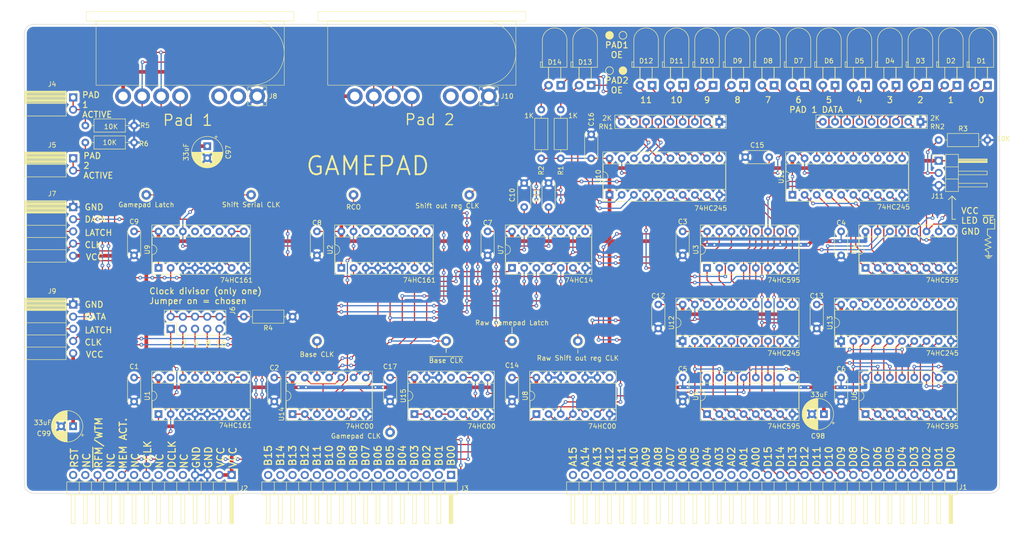
<source format=kicad_pcb>
(kicad_pcb (version 20221018) (generator pcbnew)
  (layers (0 "F.Cu" signal) (31 "B.Cu" signal) (34 "B.Paste" user) (35 "F.Paste" user) (36 "B.SilkS" user "B.Silkscreen") (37 "F.SilkS" user "F.Silkscreen") (38 "B.Mask" user) (39 "F.Mask" user) (44 "Edge.Cuts" user))
  (net 0 "")
  (net 1 "VCC")
  (net 2 "GND")
  (net 3 "/DATA_BUS_00")
  (net 4 "/DATA_BUS_01")
  (net 5 "/DATA_BUS_02")
  (net 6 "/DATA_BUS_03")
  (net 7 "/DATA_BUS_04")
  (net 8 "/DATA_BUS_05")
  (net 9 "/DATA_BUS_06")
  (net 10 "/DATA_BUS_07")
  (net 11 "/DATA_BUS_08")
  (net 12 "/DATA_BUS_09")
  (net 13 "/DATA_BUS_10")
  (net 14 "/DATA_BUS_11")
  (net 15 "/DATA_BUS_12")
  (net 16 "/DATA_BUS_13")
  (net 17 "/DATA_BUS_14")
  (net 18 "/DATA_BUS_15")
  (net 19 "/GAMEPAD LATCH")
  (net 20 "/SHIFT OUT REG CLK")
  (net 21 "Net-(D1-K)")
  (net 22 "/PAD 1 LED 0")
  (net 23 "Net-(D2-K)")
  (net 24 "/PAD 1 LED 1")
  (net 25 "Net-(D3-K)")
  (net 26 "/PAD 1 LED 2")
  (net 27 "Net-(D4-K)")
  (net 28 "/PAD 1 LED 3")
  (net 29 "Net-(D5-K)")
  (net 30 "/PAD 1 LED 4")
  (net 31 "Net-(D6-K)")
  (net 32 "/PAD 1 LED 5")
  (net 33 "Net-(D7-K)")
  (net 34 "/PAD 1 LED 6")
  (net 36 "Net-(D8-K)")
  (net 38 "/PAD 1 LED 7")
  (net 40 "Net-(D9-K)")
  (net 42 "/PAD 1 LED 8")
  (net 44 "Net-(D10-K)")
  (net 45 "/PAD 1 LED 9")
  (net 46 "Net-(D11-K)")
  (net 47 "/PAD 1 LED 10")
  (net 48 "Net-(D12-K)")
  (net 49 "/PAD 1 LED 11")
  (net 70 "/DATA_CLK")
  (net 71 "/CTL_CLK")
  (net 72 "/MEM_ACTIVE")
  (net 73 "/RESET")
  (net 86 "/PAD 1 ACTIVE")
  (net 87 "/PAD 2 ACTIVE")
  (net 88 "/BASE CLK")
  (net 89 "/CLK DIV 2")
  (net 90 "/CLK DIV 4")
  (net 91 "/CLK DIV 8")
  (net 92 "/CLK DIV 16")
  (net 93 "/PAD 1 DATA")
  (net 94 "/GAMEPAD CLK")
  (net 95 "/PAD 2 DATA")
  (net 96 "/~{LED ENABLE}")
  (net 97 "/SHIFT SERIAL CLK")
  (net 99 "Net-(U2-TC)")
  (net 100 "/PAD 1 SHIFT 13")
  (net 101 "/PAD 1 SHIFT 12")
  (net 102 "/PAD 1 SHIFT 11")
  (net 103 "/PAD 1 SHIFT 10")
  (net 104 "/PAD 1 SHIFT 09")
  (net 105 "/PAD 1 SHIFT 08")
  (net 106 "Net-(U3-QH')")
  (net 107 "Net-(U3-SER)")
  (net 108 "/PAD 1 SHIFT 15")
  (net 113 "/PAD 1 SHIFT 06")
  (net 114 "/PAD 1 SHIFT 05")
  (net 115 "/PAD 1 SHIFT 04")
  (net 116 "/PAD 1 SHIFT 03")
  (net 117 "/PAD 1 SHIFT 02")
  (net 118 "/PAD 1 SHIFT 01")
  (net 119 "/PAD 1 SHIFT 00")
  (net 120 "/PAD 1 SHIFT 07")
  (net 121 "Net-(U5-QH')")
  (net 122 "/PAD 2 ~{OE}")
  (net 123 "Net-(U5-SER)")
  (net 124 "/~{BASE CLK}")
  (net 125 "/PAD 1 ~{OE}")
  (net 126 "Net-(C10-Pad1)")
  (net 127 "Net-(C11-Pad1)")
  (net 130 "/RFM_WTM")
  (net 131 "Net-(U14-Pad1)")
  (net 132 "Net-(U14-Pad10)")
  (net 141 "/MEMACTIVE_RFM")
  (net 145 "Net-(U15-Pad3)")
  (net 146 "Net-(U15-Pad10)")
  (net 147 "/PAD 2 ADDR LED")
  (net 148 "Net-(D13-A)")
  (net 149 "/PAD 1 ADDR LED")
  (net 150 "Net-(D14-A)")
  (net 151 "/PAD 1 SHIFT 14")
  (net 152 "Net-(RN1-R5)")
  (net 153 "Net-(RN1-R6)")
  (net 154 "Net-(RN1-R7)")
  (net 155 "Net-(RN1-R8)")
  (footprint "Capacitor_THT:C_Disc_D5.0mm_W2.5mm_P5.00mm" (layer "F.Cu") (at 152.4 124.46 -90)
    (fp_text reference "C14")
    (fp_text value "C")
  )
  (footprint "sixteen-bit-computer:LED_D5.0mm_Horizontal_O3.81mm_Z3.0mm" (layer "F.Cu") (at 200.66 63.5 180)
    (fp_text reference "D9")
    (fp_text value "LED")
  )
  (footprint "sixteen-bit-computer:peripheral-backplane-membank" (layer "F.Cu") (at 139.7 144.78 -90)
    (fp_text reference "J3")
    (fp_text value "peripheral_membank_connector")
  )
  (footprint "Capacitor_THT:C_Disc_D5.0mm_W2.5mm_P5.00mm" (layer "F.Cu") (at 187.96 93.98 -90)
    (fp_text reference "C3")
    (fp_text value "C")
  )
  (footprint "Capacitor_THT:CP_Radial_D6.3mm_P2.50mm" (layer "F.Cu") (at 88.9 76.2 -90)
    (fp_text reference "C97")
    (fp_text value "33uF")
  )
  (footprint "Package_DIP:DIP-16_W7.62mm_Socket" (layer "F.Cu") (at 116.84 101.6 90)
    (fp_text reference "U2")
    (fp_text value "74HC161")
  )
  (footprint "Package_DIP:DIP-14_W7.62mm_Socket" (layer "F.Cu") (at 132.075 132.08 90)
    (fp_text reference "U15")
    (fp_text value "74HC00")
  )
  (footprint "sixteen-bit-computer:LED_D5.0mm_Horizontal_O3.81mm_Z3.0mm" (layer "F.Cu") (at 168.91 63.5 180)
    (fp_text reference "D13")
    (fp_text value "LED")
  )
  (footprint "Package_DIP:DIP-20_W7.62mm_Socket" (layer "F.Cu") (at 210.82 86.36 90)
    (fp_text reference "U11")
    (fp_text value "74HC245")
  )
  (footprint "Capacitor_THT:C_Disc_D5.0mm_W2.5mm_P5.00mm" (layer "F.Cu") (at 147.32 93.98 -90)
    (fp_text reference "C7")
    (fp_text value "C")
  )
  (footprint "sixteen-bit-computer:LED_D5.0mm_Horizontal_O3.81mm_Z3.0mm" (layer "F.Cu") (at 207.01 63.5 180)
    (fp_text reference "D8")
    (fp_text value "LED")
  )
  (footprint "Capacitor_THT:C_Disc_D5.0mm_W2.5mm_P5.00mm" (layer "F.Cu") (at 111.76 93.98 -90)
    (fp_text reference "C8")
    (fp_text value "C")
  )
  (footprint "Package_DIP:DIP-16_W7.62mm_Socket" (layer "F.Cu") (at 78.74 132.08 90)
    (fp_text reference "U1")
    (fp_text value "74HC161")
  )
  (footprint "Package_DIP:DIP-16_W7.62mm_Socket" (layer "F.Cu") (at 226.06 132.08 90)
    (fp_text reference "U6")
    (fp_text value "74HC595")
  )
  (footprint "Connector_PinSocket_2.54mm:PinSocket_1x05_P2.54mm_Horizontal" (layer "F.Cu") (at 60.96 88.9)
    (fp_text reference "J7")
    (fp_text value "Pad 1 header")
  )
  (footprint "Resistor_THT:R_Axial_DIN0207_L6.3mm_D2.5mm_P10.16mm_Horizontal" (layer "F.Cu") (at 158.496 68.58 -90)
    (fp_text reference "R2")
    (fp_text value "1K")
  )
  (footprint "Resistor_THT:R_Axial_DIN0207_L6.3mm_D2.5mm_P10.16mm_Horizontal" (layer "F.Cu") (at 106.68 111.76 180)
    (fp_text reference "R4")
    (fp_text value "10K")
  )
  (footprint "Resistor_THT:R_Array_SIP9" (layer "F.Cu") (at 195.58 71.12 180)
    (fp_text reference "RN1")
    (fp_text value "2K")
  )
  (footprint "Connector_Pin:Pin_D1.0mm_L10.0mm" (layer "F.Cu") (at 76.2 86.36 180)
    (fp_text reference "TP1")
    (fp_text value "Gamepad Latch")
  )
  (footprint "sixteen-bit-computer:LED_D5.0mm_Horizontal_O3.81mm_Z3.0mm" (layer "F.Cu") (at 213.36 63.5 180)
    (fp_text reference "D7")
    (fp_text value "LED")
  )
  (footprint "Capacitor_THT:C_Disc_D5.0mm_W2.5mm_P5.00mm" (layer "F.Cu") (at 102.87 124.46 -90)
    (fp_text reference "C2")
    (fp_text value "C")
  )
  (footprint "Capacitor_THT:C_Disc_D5.0mm_W2.5mm_P5.00mm" (layer "F.Cu") (at 187.96 124.46 -90)
    (fp_text reference "C5")
    (fp_text value "C")
  )
  (footprint "Capacitor_THT:C_Disc_D5.0mm_W2.5mm_P5.00mm" (layer "F.Cu") (at 160.02 88.9 90)
    (fp_text reference "C11")
    (fp_text value "C")
  )
  (footprint "Connector_Pin:Pin_D1.0mm_L10.0mm" (layer "F.Cu") (at 138.684 116.84 90)
    (fp_text reference "TP6")
    (fp_text value "~{Base CLK}")
  )
  (footprint "Resistor_THT:R_Axial_DIN0207_L6.3mm_D2.5mm_P10.16mm_Horizontal" (layer "F.Cu") (at 63.5 71.896)
    (fp_text reference "R5")
    (fp_text value "10K")
  )
  (footprint "Capacitor_THT:C_Disc_D5.0mm_W2.5mm_P5.00mm" (layer "F.Cu") (at 73.66 124.46 -90)
    (fp_text reference "C1")
    (fp_text value "C")
  )
  (footprint "Capacitor_THT:C_Disc_D5.0mm_W2.5mm_P5.00mm" (layer "F.Cu") (at 127 124.46 -90)
    (fp_text reference "C17")
    (fp_text value "C")
  )
  (footprint "sixteen-bit-computer:peripheral-backplane-aux" (layer "F.Cu") (at 93.98 144.78)
    (fp_text reference "J2")
    (fp_text value "peripheral_aux_connector")
  )
  (footprint "Resistor_THT:R_Axial_DIN0207_L6.3mm_D2.5mm_P10.16mm_Horizontal" (layer "F.Cu") (at 241.3 74.93)
    (fp_text reference "R3")
    (fp_text value "10K")
  )
  (footprint "Connector_PinHeader_2.54mm:PinHeader_1x03_P2.54mm_Horizontal" (layer "F.Cu") (at 241.3 79.248)
    (fp_text reference "J11")
    (fp_text value "Conn_01x03_Pin")
  )
  (footprint "Capacitor_THT:CP_Radial_D6.3mm_P2.50mm" (layer "F.Cu") (at 60.96 134.62 180)
    (fp_text reference "C99")
    (fp_text value "33uF")
  )
  (footprint "Package_DIP:DIP-20_W7.62mm_Socket" (layer "F.Cu") (at 220.98 116.84 90)
    (fp_text reference "U13")
    (fp_text value "74HC245")
  )
  (footprint "Resistor_THT:R_Axial_DIN0207_L6.3mm_D2.5mm_P10.16mm_Horizontal" (layer "F.Cu") (at 162.56 68.58 -90)
    (fp_text reference "R1")
    (fp_text value "1K")
  )
  (footprint "Resistor_THT:R_Array_SIP9" (layer "F.Cu") (at 237.49 71.12 180)
    (fp_text reference "RN2")
    (fp_text value "2K")
  )
  (footprint "Package_DIP:DIP-16_W7.62mm_Socket" (layer "F.Cu") (at 78.74 101.6 90)
    (fp_text reference "U9")
    (fp_text value "74HC161")
  )
  (footprint "Package_DIP:DIP-14_W7.62mm_Socket" (layer "F.Cu") (at 106.68 132.08 90)
    (fp_text reference "U14")
    (fp_text value "74HC00")
  )
  (footprint "sixteen-bit-computer:LED_D5.0mm_Horizontal_O3.81mm_Z3.0mm" (layer "F.Cu") (at 232.41 63.5 180)
    (fp_text reference "D4")
    (fp_text value "LED")
  )
  (footprint "sixteen-bit-computer:LED_D5.0mm_Horizontal_O3.81mm_Z3.0mm" (layer "F.Cu") (at 219.71 63.5 180)
    (fp_text reference "D6")
    (fp_text value "LED")
  )
  (footprint "Package_DIP:DIP-16_W7.62mm_Socket" (layer "F.Cu") (at 193.04 101.6 90)
    (fp_text reference "U3")
    (fp_text value "74HC595")
  )
  (footprint "Connector_PinSocket_2.54mm:PinSocket_1x02_P2.54mm_Horizontal" (layer "F.Cu") (at 60.96 66.04)
    (fp_text reference "J4")
    (fp_text value "PAD 1 ACTIVE")
  )
  (footprint "Capacitor_THT:C_Disc_D5.0mm_W2.5mm_P5.00mm" (layer "F.Cu") (at 220.98 93.98 -90)
    (fp_text reference "C4")
    (fp_text value "C")
  )
  (footprint "Connector_Pin:Pin_D1.0mm_L10.0mm" (layer "F.Cu") (at 143.51 86.36 180)
    (fp_text reference "TP2")
    (fp_text value "Shift out reg CLK")
  )
  (footprint "Package_DIP:DIP-16_W7.62mm_Socket" (layer "F.Cu") (at 226.06 101.6 90)
    (fp_text reference "U4")
    (fp_text value "74HC595")
  )
  (footprint "Capacitor_THT:C_Disc_D5.0mm_W2.5mm_P5.00mm" (layer "F.Cu") (at 168.91 73.74 -90)
    (fp_text reference "C16")
    (fp_text value "C")
  )
  (footprint "Package_DIP:DIP-20_W7.62mm_Socket" (layer "F.Cu") (at 172.72 86.36 90)
    (fp_text reference "U10")
    (fp_text value "74HC245")
  )
  (footprint "Connector_PinHeader_2.54mm:PinHeader_2x05_P2.54mm_Vertical" (layer "F.Cu") (at 81.28 114.3 90)
    (fp_text reference "J6")
    (fp_text value "Conn_02x05_Odd_Even")
  )
  (footprint "Package_DIP:DIP-14_W7.62mm_Socket" (layer "F.Cu") (at 152.4 101.6 90)
    (fp_text reference "U7")
    (fp_text value "74HC14")
  )
  (footprint "Connector_Pin:Pin_D1.0mm_L10.0mm" (layer "F.Cu") (at 127 135.89 90)
    (fp_text reference "TP4")
    (fp_text value "Gamepad CLK")
  )
  (footprint "Capacitor_THT:C_Disc_D5.0mm_W2.5mm_P5.00mm" (layer "F.Cu") (at 73.66 93.98 -90)
    (fp_text reference "C9")
    (fp_text value "C")
  )
  (footprint "Connector_PinSocket_2.54mm:PinSocket_1x02_P2.54mm_Horizontal" (layer "F.Cu") (at 60.96 78.74)
    (fp_text reference "J5")
    (fp_text value "PAD 2 ACTIVE")
  )
  (footprint "Capacitor_THT:C_Disc_D5.0mm_W2.5mm_P5.00mm" (layer "F.Cu") (at 215.9 109.22 -90)
    (fp_text reference "C13")
    (fp_text value "C")
  )
  (footprint "Capacitor_THT:C_Disc_D5.0mm_W2.5mm_P5.00mm" (layer "F.Cu") (at 200.994 78.486)
    (fp_text reference "C15")
    (fp_text value "C")
  )
  (footprint "sixteen-bit-computer:snes-rightangle-connector" (layer "F.Cu") (at 99.314 65.786)
    (fp_text reference "J8")
    (fp_text value "Pad 1 SNES")
  )
  (footprint "sixteen-bit-computer:LED_D5.0mm_Horizontal_O3.81mm_Z3.0mm" (layer "F.Cu") (at 226.06 63.5 180)
    (fp_text reference "D5")
    (fp_text value "LED")
  )
  (footprint "Capacitor_THT:C_Disc_D5.0mm_W2.5mm_P5.00mm" (layer "F.Cu") (at 182.88 109.22 -90)
    (fp_text reference "C12")
    (fp_text value "C")
  )
  (footprint "Connector_Pin:Pin_D1.0mm_L10.0mm" (layer "F.Cu") (at 166.116 116.84 90)
    (fp_text reference "TP9")
    (fp_text value "Raw Shift out reg CLK")
  )
  (footprint "sixteen-bit-computer:LED_D5.0mm_Horizontal_O3.81mm_Z3.0mm" (layer "F.Cu") (at 194.31 63.5 180)
    (fp_text reference "D10")
    (fp_text value "LED")
  )
  (footprint "sixteen-bit-computer:LED_D5.0mm_Horizontal_O3.81mm_Z3.0mm" (layer "F.Cu") (at 181.61 63.5 180)
    (fp_text reference "D12")
    (fp_text value "LED")
  )
  (footprint "Package_DIP:DIP-14_W7.62mm_Socket" (layer "F.Cu") (at 157.48 132.08 90)
    (fp_text reference "U8")
    (fp_text value "74HC00")
  )
  (footprint "Capacitor_THT:CP_Radial_D6.3mm_P2.50mm" (layer "F.Cu") (at 217.384 132.08 180)
    (fp_text reference "C98")
    (fp_text value "33uF")
  )
  (footprint "sixteen-bit-computer:LED_D5.0mm_Horizontal_O3.81mm_Z3.0mm" (layer "F.Cu") (at 238.76 63.5 180)
    (fp_text reference "D3")
    (fp_text value "LED")
  )
  (footprint "Connector_Pin:Pin_D1.0mm_L10.0mm" (layer "F.Cu") (at 98.044 86.36 180)
    (fp_text reference "TP3")
    (fp_text value "Shift Serial CLK")
  )
  (footprint "Connector_PinSocket_2.54mm:PinSocket_1x05_P2.54mm_Horizontal" (layer "F.Cu") (at 60.96 109.22)
    (fp_text reference "J9")
    (fp_text value "Pad 2 header")
  )
  (footprint "sixteen-bit-computer:LED_D5.0mm_Horizontal_O3.81mm_Z3.0mm" (layer "F.Cu") (at 162.56 63.5 180)
    (fp_text reference "D14")
    (fp_text value "LED")
  )
  (footprint "sixteen-bit-computer:snes-rightangle-connector" (layer "F.Cu") (at 147.574 65.786)
    (fp_text reference "J10")
    (fp_text value "Pad 2 SNES")
  )
  (footprint "Capacitor_THT:C_Disc_D5.0mm_W2.5mm_P5.00mm" (layer "F.Cu") (at 154.94 88.9 90)
    (fp_text reference "C10")
    (fp_text value "C")
  )
  (footprint "Connector_Pin:Pin_D1.0mm_L10.0mm" (layer "F.Cu") (at 111.76 116.84 90)
    (fp_text reference "TP5")
    (fp_text value "Base CLK")
  )
  (footprint "sixteen-bit-computer:LED_D5.0mm_Horizontal_O3.81mm_Z3.0mm" (layer "F.Cu") (at 245.11 63.5 180)
    (fp_text reference "D2")
    (fp_text value "LED")
  )
  (footprint "Package_DIP:DIP-16_W7.62mm_Socket" (layer "F.Cu") (at 193.04 132.08 90)
    (fp_text reference "U5")
    (fp_text value "74HC595")
  )
  (footprint "sixteen-bit-computer:peripheral-backplane-data-addr-anno" (layer "F.Cu") (at 243.84 144.78 -90)
    (fp_text reference "J1")
    (fp_text value "peripheral_addr_bus_connector")
  )
  (footprint "sixteen-bit-computer:LED_D5.0mm_Horizontal_O3.81mm_Z3.0mm" (layer "F.Cu") (at 187.96 63.5 180)
    (fp_text reference "D11")
    (fp_text value "LED")
  )
  (footprint "Capacitor_THT:C_Disc_D5.0mm_W2.5mm_P5.00mm" (layer "F.Cu") (at 220.98 124.46 -90)
    (fp_text reference "C6")
    (fp_text value "C")
  )
  (footprint "Connector_Pin:Pin_D1.0mm_L10.0mm" (layer "F.Cu") (at 152.4 116.84 90)
    (fp_text reference "TP8")
    (fp_text value "Raw Gamepad Latch")
  )
  (footprint "Package_DIP:DIP-20_W7.62mm_Socket" (layer "F.Cu") (at 187.96 116.84 90)
    (fp_text reference "U12")
    (fp_text value "74HC245")
  )
  (footprint "Resistor_THT:R_Axial_DIN0207_L6.3mm_D2.5mm_P10.16mm_Horizontal" (layer "F.Cu") (at 63.5 75.438)
    (fp_text reference "R6")
    (fp_text value "10K")
  )
  (footprint "Connector_Pin:Pin_D1.0mm_L10.0mm" (layer "F.Cu") (at 119.38 86.36 180)
    (fp_text reference "TP7")
    (fp_text value "RCO")
  )
  (footprint "sixteen-bit-computer:LED_D5.0mm_Horizontal_O3.81mm_Z3.0mm" (layer "F.Cu") (at 251.46 63.5 180)
    (fp_text reference "D1")
    (fp_text value "LED")
  )
  (gr_line (start 251.46 93.472) (end 251.46 93.726) (stroke (width 0.15)) (layer "F.SilkS"))
  (gr_line (start 244.094 91.44) (end 244.094 86.614) (stroke (width 0.15)) (layer "F.SilkS"))
  (gr_line (start 252.984 93.472) (end 251.46 93.472) (stroke (width 0.15)) (layer "F.SilkS"))
  (gr_line (start 250.952 97.79) (end 251.714 98.298) (stroke (width 0.15)) (layer "F.SilkS"))
  (gr_line (start 244.094 91.44) (end 244.856 91.44) (stroke (width 0.15)) (layer "F.SilkS"))
  (gr_line (start 250.952 96.774) (end 252.222 97.282) (stroke (width 0.15)) (layer "F.SilkS"))
  (gr_circle (center 172.72 53.086) (end 173.523219 53.086) (stroke (width 0.15)) (fill solid) (layer "F.SilkS"))
  (gr_line (start 251.46 99.568) (end 251.968 99.568) (stroke (width 0.15)) (layer "F.SilkS"))
  (gr_line (start 252.73 91.44) (end 252.984 91.44) (stroke (width 0.15)) (layer "F.SilkS"))
  (gr_line (start 251.714 98.298) (end 251.714 99.06) (stroke (width 0.15)) (layer "F.SilkS"))
  (gr_line (start 252.222 97.282) (end 250.952 97.79) (stroke (width 0.15)) (layer "F.SilkS"))
  (gr_line (start 138.684 118.491) (end 138.684 119.253) (stroke (width 0.15)) (layer "F.SilkS"))
  (gr_line (start 251.46 93.726) (end 251.46 94.742) (stroke (width 0.15)) (layer "F.SilkS"))
  (gr_circle (center 172.72 60.452) (end 173.523219 60.452) (stroke (width 0.15)) (fill none) (layer "F.SilkS"))
  (gr_line (start 251.206 99.314) (end 252.222 99.314) (stroke (width 0.15)) (layer "F.SilkS"))
  (gr_line (start 250.952 99.06) (end 252.476 99.06) (stroke (width 0.15)) (layer "F.SilkS"))
  (gr_line (start 252.222 96.266) (end 250.952 96.774) (stroke (width 0.15)) (layer "F.SilkS"))
  (gr_line (start 244.094 86.614) (end 243.332 87.376) (stroke (width 0.15)) (layer "F.SilkS"))
  (gr_circle (center 175.514 60.452) (end 176.317219 60.452) (stroke (width 0.15)) (fill solid) (layer "F.SilkS"))
  (gr_line (start 152.4 113.919) (end 152.4 115.189) (stroke (width 0.15)) (layer "F.SilkS"))
  (gr_line (start 252.222 95.25) (end 250.952 95.758) (stroke (width 0.15)) (layer "F.SilkS"))
  (gr_line (start 250.952 95.758) (end 252.222 96.266) (stroke (width 0.15)) (layer "F.SilkS"))
  (gr_circle (center 175.514 53.086) (end 176.317219 53.086) (stroke (width 0.15)) (fill none) (layer "F.SilkS"))
  (gr_line (start 166.116 118.745) (end 166.116 119.38) (stroke (width 0.15)) (layer "F.SilkS"))
  (gr_line (start 252.984 91.44) (end 252.984 93.472) (stroke (width 0.15)) (layer "F.SilkS"))
  (gr_line (start 251.46 94.742) (end 252.222 95.25) (stroke (width 0.15)) (layer "F.SilkS"))
  (gr_line (start 244.094 86.614) (end 244.856 87.376) (stroke (width 0.15)) (layer "F.SilkS"))
  (gr_line (start 244.856 87.376) (end 244.094 86.614) (stroke (width 0.15)) (layer "F.SilkS"))
  (gr_line (start 254 52.705) (end 254 146.685) (stroke (width 0.1)) (layer "Edge.Cuts"))
  (gr_arc (start 254 146.685) (mid 253.442038 148.032038) (end 252.095 148.59) (stroke (width 0.1)) (layer "Edge.Cuts"))
  (gr_arc (start 52.705 148.59) (mid 51.357962 148.032038) (end 50.8 146.685) (stroke (width 0.1)) (layer "Edge.Cuts"))
  (gr_line (start 50.8 146.685) (end 50.8 52.705) (stroke (width 0.1)) (layer "Edge.Cuts"))
  (gr_arc (start 50.8 52.705) (mid 51.357962 51.357962) (end 52.705 50.8) (stroke (width 0.1)) (layer "Edge.Cuts"))
  (gr_line (start 252.095 148.59) (end 52.705 148.59) (stroke (width 0.1)) (layer "Edge.Cuts"))
  (gr_arc (start 252.095 50.8) (mid 253.442038 51.357962) (end 254 52.705) (stroke (width 0.1)) (layer "Edge.Cuts"))
  (gr_line (start 52.705 50.8) (end 252.095 50.8) (stroke (width 0.1)) (layer "Edge.Cuts"))
  (gr_text "10" (at 186.69 67.31) (layer "F.SilkS") (effects (font (size 1.27 1.27) (thickness 0.2032)) (justify bottom)))
  (gr_text "3" (at 231.14 67.31) (layer "F.SilkS") (effects (font (size 1.27 1.27) (thickness 0.2032)) (justify bottom)))
  (gr_text "GND" (at 245.872 94.742) (layer "F.SilkS") (effects (font (size 1.27 1.27) (thickness 0.2032)) (justify left bottom)))
  (gr_text "GAMEPAD" (at 109.22 82.55) (layer "F.SilkS") (effects (font (size 3.81 3.81) (thickness 0.381)) (justify left bottom)))
  (gr_text "11" (at 180.34 67.31) (layer "F.SilkS") (effects (font (size 1.27 1.27) (thickness 0.2032)) (justify bottom)))
  (gr_text "DATA" (at 63.246 92.202) (layer "F.SilkS") (effects (font (size 1.27 1.27) (thickness 0.2032)) (justify left bottom)))
  (gr_text "8" (at 199.39 67.31) (layer "F.SilkS") (effects (font (size 1.27 1.27) (thickness 0.2032)) (justify bottom)))
  (gr_text "PAD 1 DATA" (at 210.058 69.342) (layer "F.SilkS") (effects (font (size 1.27 1.27) (thickness 0.2032)) (justify left bottom)))
  (gr_text "LATCH" (at 63.246 94.996) (layer "F.SilkS") (effects (font (size 1.27 1.27) (thickness 0.2032)) (justify left bottom)))
  (gr_text "GND" (at 63.246 109.982) (layer "F.SilkS") (effects (font (size 1.27 1.27) (thickness 0.2032)) (justify left bottom)))
  (gr_text "16" (at 90.424 118.11) (layer "F.SilkS") (effects (font (size 1.27 1.27) (thickness 0.2032)) (justify left bottom)))
  (gr_text "PAD\n2\nACTIVE" (at 62.992 83.058) (layer "F.SilkS") (effects (font (size 1.27 1.27) (thickness 0.2032)) (justify left bottom)))
  (gr_text "Pad 2" (at 129.921 72.009) (layer "F.SilkS") (effects (font (size 2.286 2.286) (thickness 0.254)) (justify left bottom)))
  (gr_text "VCC" (at 245.872 90.424) (layer "F.SilkS") (effects (font (size 1.27 1.27) (thickness 0.2032)) (justify left bottom)))
  (gr_text "Clock divisor (only one)\nJumper on = chosen" (at 76.708 109.22) (layer "F.SilkS") (effects (font (size 1.27 1.27) (thickness 0.2032)) (justify left bottom)))
  (gr_text "DATA" (at 63.246 112.522) (layer "F.SilkS") (effects (font (size 1.27 1.27) (thickness 0.2032)) (justify left bottom)))
  (gr_text "LATCH" (at 63.246 115.316) (layer "F.SilkS") (effects (font (size 1.27 1.27) (thickness 0.2032)) (justify left bottom)))
  (gr_text "1" (at 243.84 67.31) (layer "F.SilkS") (effects (font (size 1.27 1.27) (thickness 0.2032)) (justify bottom)))
  (gr_text "0" (at 250.19 67.31) (layer "F.SilkS") (effects (font (size 1.27 1.27) (thickness 0.2032)) (justify bottom)))
  (gr_text "LED ~{OE}" (at 245.872 92.456) (layer "F.SilkS") (effects (font (size 1.27 1.27) (thickness 0.2032)) (justify left bottom)))
  (gr_text "VCC" (at 63.5 120.396) (layer "F.SilkS") (effects (font (size 1.27 1.27) (thickness 0.2032)) (justify left bottom)))
  (gr_text "2" (at 237.49 67.31) (layer "F.SilkS") (effects (font (size 1.27 1.27) (thickness 0.2032)) (justify bottom)))
  (gr_text "6" (at 212.09 67.31) (layer "F.SilkS") (effects (font (size 1.27 1.27) (thickness 0.2032)) (justify bottom)))
  (gr_text "8" (at 88.392 118.11) (layer "F.SilkS") (effects (font (size 1.27 1.27) (thickness 0.2032)) (justify left bottom)))
  (gr_text "PAD1\nOE" (at 174.244 57.912) (layer "F.SilkS") (effects (font (size 1.27 1.27) (thickness 0.2032)) (justify bottom)))
  (gr_text "PAD\n1\nACTIVE" (at 62.738 70.358) (layer "F.SilkS") (effects (font (size 1.27 1.27) (thickness 0.2032)) (justify left bottom)))
  (gr_text "GND" (at 63.246 89.662) (layer "F.SilkS") (effects (font (size 1.27 1.27) (thickness 0.2032)) (justify left bottom)))
  (gr_text "5" (at 218.44 67.31) (layer "F.SilkS") (effects (font (size 1.27 1.27) (thickness 0.2032)) (justify bottom)))
  (gr_text "Pad 1" (at 79.502 72.136) (layer "F.SilkS") (effects (font (size 2.286 2.286) (thickness 0.254)) (justify left bottom)))
  (gr_text "2" (at 83.312 118.11) (layer "F.SilkS") (effects (font (size 1.27 1.27) (thickness 0.2032)) (justify left bottom)))
  (gr_text "1" (at 80.772 118.11) (layer "F.SilkS") (effects (font (size 1.27 1.27) (thickness 0.2032)) (justify left bottom)))
  (gr_text "PAD2\nOE" (at 174.244 65.278) (layer "F.SilkS") (effects (font (size 1.27 1.27) (thickness 0.2032)) (justify bottom)))
  (gr_text "4" (at 85.852 118.11) (layer "F.SilkS") (effects (font (size 1.27 1.27) (thickness 0.2032)) (justify left bottom)))
  (gr_text "VCC" (at 63.5 100.076) (layer "F.SilkS") (effects (font (size 1.27 1.27) (thickness 0.2032)) (justify left bottom)))
  (gr_text "CLK" (at 63.246 117.856) (layer "F.SilkS") (effects (font (size 1.27 1.27) (thickness 0.2032)) (justify left bottom)))
  (gr_text "7" (at 205.74 67.31) (layer "F.SilkS") (effects (font (size 1.27 1.27) (thickness 0.2032)) (justify bottom)))
  (gr_text "9" (at 193.04 67.31) (layer "F.SilkS") (effects (font (size 1.27 1.27) (thickness 0.2032)) (justify bottom)))
  (gr_text "CLK" (at 63.246 97.536) (layer "F.SilkS") (effects (font (size 1.27 1.27) (thickness 0.2032)) (justify left bottom)))
  (gr_text "4" (at 224.79 67.31) (layer "F.SilkS") (effects (font (size 1.27 1.27) (thickness 0.2032)) (justify bottom)))
  (segment (start 185.928 126.492) (end 187.452 126.492) (width 0.762) (layer "F.Cu") (net 1))
  (segment (start 214.884 96.012) (end 219.202 96.012) (width 0.762) (layer "F.Cu") (net 1))
  (segment (start 217.17 126.492) (end 220.218 126.492) (width 0.762) (layer "F.Cu") (net 1))
  (segment (start 93.98 144.78) (end 93.98 134.62) (width 0.762) (layer "F.Cu") (net 1))
  (segment (start 209.804 80.772) (end 236.728 80.772) (width 0.762) (layer "F.Cu") (net 1))
  (segment (start 210.82 80.772) (end 210.82 78.74) (width 0.762) (layer "F.Cu") (net 1))
  (segment (start 219.202 96.012) (end 220.726 96.012) (width 0.762) (layer "F.Cu") (net 1))
  (segment (start 172.72 78.74) (end 172.72 80.772) (width 0.762) (layer "F.Cu") (net 1))
  (segment (start 78.74 132) (end 78.74 134.62) (width 0.254) (layer "F.Cu") (net 1))
  (segment (start 60.96 126.492) (end 60.96 134.62) (width 0.762) (layer "F.Cu") (net 1))
  (segment (start 172.72 118.11) (end 173.228 118.618) (width 0.762) (layer "F.Cu") (net 1))
  (segment (start 172.72 111.252) (end 172.72 118.11) (width 0.762) (layer "F.Cu") (net 1))
  (segment (start 172.72 96.012) (end 172.72 111.252) (width 0.762) (layer "F.Cu") (net 1))
  (segment (start 93.98 132) (end 93.98 126.492) (width 0.254) (layer "F.Cu") (net 1))
  (segment (start 172.72 80.772) (end 205.994 80.772) (width 0.762) (layer "F.Cu") (net 1))
  (segment (start 87.122 60.706) (end 71.882 60.706) (width 0.762) (layer "F.Cu") (net 1))
  (segment (start 102.616 124.46) (end 106.68 124.46) (width 0.254) (layer "F.Cu") (net 1))
  (segment (start 87.122 60.706) (end 87.122 76.2) (width 0.762) (layer "F.Cu") (net 1))
  (segment (start 73.152 96.012) (end 76.2 96.012) (width 0.762) (layer "F.Cu") (net 1))
  (segment (start 87.122 76.2) (end 88.9 76.2) (width 0.762) (layer "F.Cu") (net 1))
  (segment (start 76.2 126.492) (end 60.96 126.492) (width 0.762) (layer "F.Cu") (net 1))
  (segment (start 214.122 96.774) (end 212.598 96.774) (width 0.762) (layer "F.Cu") (net 1))
  (segment (start 147.32 93.98) (end 152.4 93.98) (width 0.254) (layer "F.Cu") (net 1))
  (segment (start 78.74 126.492) (end 93.98 126.492) (width 0.762) (layer "F.Cu") (net 1))
  (segment (start 93.98 124.38) (end 93.98 126.238) (width 0.254) (layer "F.Cu") (net 1))
  (segment (start 96.52 93.98) (end 93.98 93.98) (width 0.254) (layer "F.Cu") (net 1))
  (segment (start 76.2 134.62) (end 76.2 126.492) (width 0.762) (layer "F.Cu") (net 1))
  (segment (start 90.424 98.044) (end 78.74 98.044) (width 0.254) (layer "F.Cu") (net 1))
  (segment (start 93.98 134.62) (end 78.74 134.62) (width 0.762) (layer "F.Cu") (net 1))
  (segment (start 76.2 96.012) (end 78.74 96.012) (width 0.762) (layer "F.Cu") (net 1))
  (segment (start 182.88 109.22) (end 187.96 109.22) (width 0.254) (layer "F.Cu") (net 1))
  (segment (start 205.994 80.772) (end 209.804 80.772) (width 0.762) (layer "F.Cu") (net 1))
  (segment (start 116.84 65.786) (end 116.84 61.214) (width 0.762) (layer "F.Cu") (net 1))
  (segment (start 242.062 91.186) (end 243.332 89.916) (width 0.254) (layer "F.Cu") (net 1))
  (segment (start 173.228 118.618) (end 184.658 118.618) (width 0.762) (layer "F.Cu") (net 1))
  (segment (start 116.84 61.214) (end 116.332 60.706) (width 0.762) (layer "F.Cu") (net 1))
  (segment (start 217.17 126.492) (end 217.384 126.706) (width 0.762) (layer "F.Cu") (net 1))
  (segment (start 205.994 78.486) (end 205.994 80.772) (width 0.254) (layer "F.Cu") (net 1))
  (segment (start 70.104 99.06) (end 73.152 96.012) (width 0.762) (layer "F.Cu") (net 1))
  (segment (start 132.08 93.98) (end 132.08 101.6) (width 0.254) (layer "F.Cu") (net 1))
  (segment (start 187.96 93.98) (end 193.04 93.98) (width 0.254) (layer "F.Cu") (net 1))
  (segment (start 238.252 79.248) (end 241.3 79.248) (width 0.762) (layer "F.Cu") (net 1))
  (segment (start 215.9 109.22) (end 220.98 109.22) (width 0.254) (layer "F.Cu") (net 1))
  (segment (start 220.98 111.252) (end 220.98 109.22) (width 0.762) (layer "F.Cu") (net 1))
  (segment (start 116.84 65.786) (end 119.634 65.786) (width 0.762) (layer "F.Cu") (net 1))
  (segment (start 116.84 101.6) (end 116.84 96.012) (width 0.254) (layer "F.Cu") (net 1))
  (segment (start 168.91 78.74) (end 172.72 78.74) (width 0.254) (layer "F.Cu") (net 1))
  (segment (start 187.96 109.22) (end 187.96 111.252) (width 0.762) (layer "F.Cu") (net 1))
  (segment (start 208.28 93.98) (end 208.28 96.774) (width 0.254) (layer "F.Cu") (net 1))
  (segment (start 116.84 94.996) (end 116.84 65.786) (width 0.762) (layer "F.Cu") (net 1))
  (segment (start 76.2 126.492) (end 78.74 126.492) (width 0.762) (layer "F.Cu") (net 1))
  (segment (start 185.42 119.38) (end 185.42 125.984) (width 0.762) (layer "F.Cu") (net 1))
  (segment (start 187.452 126.492) (end 188.976 126.492) (width 0.762) (layer "F.Cu") (net 1))
  (segment (start 184.658 118.618) (end 185.42 119.38) (width 0.762) (layer "F.Cu") (net 1))
  (segment (start 210.82 82.55) (end 210.82 80.772) (width 0.254) (layer "F.Cu") (net 1))
  (segment (start 162.56 78.74) (end 158.496 78.74) (width 0.254) (layer "F.Cu") (net 1))
  (segment (start 212.598 126.492) (end 214.122 126.492) (width 0.762) (layer "F.Cu") (net 1))
  (segment (start 217.384 126.706) (end 217.384 132.08) (width 0.762) (layer "F.Cu") (net 1))
  (segment (start 236.728 80.772) (end 238.252 79.248) (width 0.762) (layer "F.Cu") (net 1))
  (segment (start 78.74 124.38) (end 78.74 126.492) (width 0.762) (layer "F.Cu") (net 1))
  (segment (start 93.98 101.6) (end 90.424 98.044) (width 0.254) (layer "F.Cu") (net 1))
  (segment (start 152.4 124.46) (end 157.48 124.46) (width 0.254) (layer "F.Cu") (net 1))
  (segment (start 134.62 96.012) (end 152.4 96.012) (width 0.762) (layer "F.Cu") (net 1))
  (segment (start 157.48 126.492) (end 157.48 124.46) (width 0.762) (layer "F.Cu") (net 1))
  (segment (start 96.52 124.38) (end 93.98 124.38) (width 0.254) (layer "F.Cu") (net 1))
  (segment (start 76.2 126.492) (end 76.2 96.012) (width 0.762) (layer "F.Cu") (net 1))
  (segment (start 106.68 126.492) (end 109.474 126.492) (width 0.762) (layer "F.Cu") (net 1))
  (segment (start 78.74 98.044) (end 78.74 101.6) (width 0.254) (layer "F.Cu") (net 1))
  (segment (start 71.882 60.706) (end 71.374 61.214) (width 0.762) (layer "F.Cu") (net 1))
  (segment (start 116.84 93.98) (end 116.84 94.996) (width 0.762) (layer "F.Cu") (net 1))
  (segment (start 111.76 93.98) (end 116.84 93.98) (width 0.254) (layer "F.Cu") (net 1))
  (segment (start 78.74 134.62) (end 76.2 134.62) (width 0.762) (layer "F.Cu") (net 1))
  (segment (start 243.332 89.916) (end 243.332 79.248) (width 0.254) (layer "F.Cu") (net 1))
  (segment (start 190.5 96.012) (end 191.262 96.774) (width 0.762) (layer "F.Cu") (net 1))
  (segment (start 185.42 125.984) (end 185.928 126.492) (width 0.762) (layer "F.Cu") (net 1))
  (segment (start 116.84 96.012) (end 134.62 96.012) (width 0.762) (layer "F.Cu") (net 1))
  (segment (start 172.72 96.012) (end 190.5 96.012) (width 0.762) (layer "F.Cu") (net 1))
  (segment (start 132.075 126.487) (end 132.075 124.46) (width 0.762) (layer "F.Cu") (net 1))
  (segment (start 78.66 124.46) (end 78.74 124.38) (width 0.254) (layer "F.Cu") (net 1))
  (segment (start 93.98 144.78) (end 91.44 144.78) (width 0.762) (layer "F.Cu") (net 1))
  (segment (start 152.4 96.012) (end 172.72 96.012) (width 0.762) (layer "F.Cu") (net 1))
  (segment (start 127 124.46) (end 132.075 124.46) (width 0.254) (layer "F.Cu") (net 1))
  (segment (start 191.262 96.774) (end 194.564 96.774) (width 0.762) (layer "F.Cu") (net 1))
  (segment (start 243.332 79.248) (end 241.3 79.248) (width 0.254) (layer "F.Cu") (net 1))
  (segment (start 172.72 111.252) (end 187.96 111.252) (width 0.762) (layer "F.Cu") (net 1))
  (segment (start 172.72 80.772) (end 172.72 96.012) (width 0.762) (layer "F.Cu") (net 1))
  (segment (start 93.98 126.492) (end 106.68 126.492) (width 0.762) (layer "F.Cu") (net 1))
  (segment (start 78.74 98.044) (end 78.74 96.012) (width 0.254) (layer "F.Cu") (net 1))
  (segment (start 152.4 96.012) (end 152.4 93.98) (width 0.762) (layer "F.Cu") (net 1))
  (segment (start 116.84 94.996) (end 116.84 96.012) (width 0.762) (layer "F.Cu") (net 1))
  (segment (start 193.04 93.98) (end 193.04 96.774) (width 0.254) (layer "F.Cu") (net 1))
  (segment (start 214.122 126.492) (end 217.17 126.492) (width 0.762) (layer "F.Cu") (net 1))
  (segment (start 73.66 93.98) (end 78.74 93.98) (width 0.254) (layer "F.Cu") (net 1))
  (segment (start 93.98 96.012) (end 116.84 96.012) (width 0.762) (layer "F.Cu") (net 1))
  (segment (start 78.74 93.98) (end 78.74 96.012) (width 0.762) (layer "F.Cu") (net 1))
  (segment (start 73.66 124.46) (end 78.66 124.46) (width 0.254) (layer "F.Cu") (net 1))
  (segment (start 71.374 61.214) (end 71.374 65.786) (width 0.762) (layer "F.Cu") (net 1))
  (segment (start 106.68 126.492) (end 106.68 124.46) (width 0.762) (layer "F.Cu") (net 1))
  (segment (start 60.96 126.492) (end 60.96 119.38) (width 0.762) (layer "F.Cu") (net 1))
  (segment (start 134.62 93.98) (end 134.62 96.012) (width 0.254) (layer "F.Cu") (net 1))
  (segment (start 187.96 111.252) (end 220.98 111.252) (width 0.762) (layer "F.Cu") (net 1))
  (segment (start 78.74 96.012) (end 93.98 96.012) (width 0.762) (layer "F.Cu") (net 1))
  (segment (start 123.952 126.492) (end 157.48 126.492) (width 0.762) (layer "F.Cu") (net 1))
  (segment (start 220.218 126.492) (end 221.742 126.492) (width 0.762) (layer "F.Cu") (net 1))
  (segment (start 116.332 60.706) (end 87.122 60.706) (width 0.762) (layer "F.Cu") (net 1))
  (segment (start 60.96 99.06) (end 70.104 99.06) (width 0.762) (layer "F.Cu") (net 1))
  (segment (start 214.122 96.774) (end 214.884 96.012) (width 0.762) (layer "F.Cu") (net 1))
  (segment (start 209.804 80.772) (end 210.82 80.772) (width 0.762) (layer "F.Cu") (net 1))
  (segment (start 93.98 93.98) (end 93.98 96.012) (width 0.254) (layer "F.Cu") (net 1))
  (via (at 107.95 126.492) (size 0.762) (drill 0.381) (layers "F.Cu" "B.Cu") (net 1))
  (via (at 208.28 96.774) (size 0.762) (drill 0.381) (layers "F.Cu" "B.Cu") (net 1))
  (via (at 219.202 96.012) (size 0.762) (drill 0.381) (layers "F.Cu" "B.Cu") (net 1))
  (via (at 214.122 126.492) (size 0.762) (drill 0.381) (layers "F.Cu" "B.Cu") (net 1))
  (via (at 109.474 126.492) (size 0.762) (drill 0.381) (layers "F.Cu" "B.Cu") (net 1))
  (via (at 187.452 126.492) (size 0.762) (drill 0.381) (layers "F.Cu" "B.Cu") (net 1))
  (via (at 125.476 126.492) (size 0.762) (drill 0.381) (layers "F.Cu" "B.Cu") (net 1))
  (via (at 220.218 126.492) (size 0.762) (drill 0.381) (layers "F.Cu" "B.Cu") (net 1))
  (via (at 188.976 126.492) (size 0.762) (drill 0.381) (layers "F.Cu" "B.Cu") (net 1))
  (via (at 220.726 96.012) (size 0.762) (drill 0.381) (layers "F.Cu" "B.Cu") (net 1))
  (via (at 212.598 126.492) (size 0.762) (drill 0.381) (layers "F.Cu" "B.Cu") (net 1))
  (via (at 194.564 96.774) (size 0.762) (drill 0.381) (layers "F.Cu" "B.Cu") (net 1))
  (via (at 123.952 126.492) (size 0.762) (drill 0.381) (layers "F.Cu" "B.Cu") (net 1))
  (via (at 214.122 96.774) (size 0.762) (drill 0.381) (layers "F.Cu" "B.Cu") (net 1))
  (via (at 212.598 96.774) (size 0.762) (drill 0.381) (layers "F.Cu" "B.Cu") (net 1))
  (via (at 193.04 96.774) (size 0.762) (drill 0.381) (layers "F.Cu" "B.Cu") (net 1))
  (via (at 221.742 126.492) (size 0.762) (drill 0.381) (layers "F.Cu" "B.Cu") (net 1))
  (via (at 210.82 82.55) (size 0.762) (drill 0.381) (layers "F.Cu" "B.Cu") (net 1))
  (via (at 242.062 91.186) (size 0.762) (drill 0.381) (layers "F.Cu" "B.Cu") (net 1))
  (segment (start 220.98 93.98) (end 220.98 96.012) (width 0.254) (layer "B.Cu") (net 1))
  (segment (start 168.91 78.74) (end 162.56 78.74) (width 0.254) (layer "B.Cu") (net 1))
  (segment (start 187.96 124.46) (end 187.96 126.492) (width 0.254) (layer "B.Cu") (net 1))
  (segment (start 241.3 93.98) (end 241.3 91.948) (width 0.254) (layer "B.Cu") (net 1))
  (segment (start 227.584 122.936) (end 226.06 124.46) (width 0.254) (layer "B.Cu") (net 1))
  (segment (start 208.28 124.46) (end 208.28 126.492) (width 0.254) (layer "B.Cu") (net 1))
  (segment (start 220.98 126.492) (end 226.06 126.492) (width 0.762) (layer "B.Cu") (net 1))
  (segment (start 208.28 96.774) (end 194.564 96.774) (width 0.762) (layer "B.Cu") (net 1))
  (segment (start 187.452 126.492) (end 187.96 126.492) (width 0.762) (layer "B.Cu") (net 1))
  (segment (start 241.3 124.46) (end 239.776 122.936) (width 0.254) (layer "B.Cu") (net 1))
  (segment (start 226.06 126.492) (end 226.06 124.46) (width 0.762) (layer "B.Cu") (net 1))
  (segment (start 220.98 96.012) (end 226.06 96.012) (width 0.762) (layer "B.Cu") (net 1))
  (segment (start 194.564 96.774) (end 193.04 96.774) (width 0.762) (layer "B.Cu") (net 1))
  (segment (start 193.04 126.492) (end 193.04 124.46) (width 0.762) (layer "B.Cu") (net 1))
  (segment (start 220.218 126.492) (end 220.98 126.492) (width 0.762) (layer "B.Cu") (net 1))
  (segment (start 219.202 96.012) (end 220.98 96.012) (width 0.762) (layer "B.Cu") (net 1))
  (segment (start 187.96 126.492) (end 193.04 126.492) (width 0.762) (layer "B.Cu") (net 1))
  (segment (start 241.3 91.948) (end 242.062 91.186) (width 0.254) (layer "B.Cu") (net 1))
  (segment (start 107.95 126.492) (end 123.952 126.492) (width 0.762) (layer "B.Cu") (net 1))
  (segment (start 123.952 126.492) (end 125.476 126.492) (width 0.762) (layer "B.Cu") (net 1))
  (segment (start 226.06 96.012) (end 226.06 93.98) (width 0.762) (layer "B.Cu") (net 1))
  (segment (start 193.04 126.492) (end 208.28 126.492) (width 0.762) (layer "B.Cu") (net 1))
  (segment (start 208.28 126.492) (end 214.122 126.492) (width 0.762) (layer "B.Cu") (net 1))
  (segment (start 210.82 86.36) (end 210.82 82.55) (width 0.254) (layer "B.Cu") (net 1))
  (segment (start 208.28 96.774) (end 214.122 96.774) (width 0.762) (layer "B.Cu") (net 1))
  (segment (start 239.776 122.936) (end 227.584 122.936) (width 0.254) (layer "B.Cu") (net 1))
  (segment (start 220.98 124.46) (end 220.98 126.492) (width 0.254) (layer "B.Cu") (net 1))
  (segment (start 240.03 130.81) (end 240.03 118.11) (width 0.254) (layer "F.Cu") (net 3))
  (segment (start 243.84 134.62) (end 241.3 132.08) (width 0.254) (layer "F.Cu") (net 3))
  (segment (start 240.03 118.11) (end 241.3 116.84) (width 0.254) (layer "F.Cu") (net 3))
  (segment (start 241.3 132.08) (end 240.03 130.81) (width 0.254) (layer "F.Cu") (net 3))
  (segment (start 243.84 144.78) (end 243.84 134.62) (width 0.254) (layer "F.Cu") (net 3))
  (segment (start 237.49 118.11) (end 238.76 116.84) (width 0.254) (layer "F.Cu") (net 4))
  (segment (start 237.49 130.81) (end 237.49 118.11) (width 0.254) (layer "F.Cu") (net 4))
  (segment (start 238.76 132.08) (end 237.49 130.81) (width 0.254) (layer "F.Cu") (net 4))
  (segment (start 241.3 144.78) (end 241.3 134.62) (width 0.254) (layer "F.Cu") (net 4))
  (segment (start 241.3 134.62) (end 238.76 132.08) (width 0.254) (layer "F.Cu") (net 4))
  (segment (start 234.95 118.11) (end 236.22 116.84) (width 0.254) (layer "F.Cu") (net 5))
  (segment (start 238.76 144.78) (end 238.76 134.62) (width 0.254) (layer "F.Cu") (net 5))
  (segment (start 238.76 134.62) (end 236.22 132.08) (width 0.254) (layer "F.Cu") (net 5))
  (segment (start 236.22 132.08) (end 234.95 130.81) (width 0.254) (layer "F.Cu") (net 5))
  (segment (start 234.95 130.81) (end 234.95 118.11) (width 0.254) (layer "F.Cu") (net 5))
  (segment (start 232.41 118.11) (end 233.68 116.84) (width 0.254) (layer "F.Cu") (net 6))
  (segment (start 236.22 134.62) (end 233.68 132.08) (width 0.254) (layer "F.Cu") (net 6))
  (segment (start 232.41 130.81) (end 232.41 118.11) (width 0.254) (layer "F.Cu") (net 6))
  (segment (start 233.68 132.08) (end 232.41 130.81) (width 0.254) (layer "F.Cu") (net 6))
  (segment (start 236.22 144.78) (end 236.22 134.62) (width 0.254) (layer "F.Cu") (net 6))
  (segment (start 229.87 118.11) (end 231.14 116.84) (width 0.254) (layer "F.Cu") (net 7))
  (segment (start 233.68 144.78) (end 233.68 134.62) (width 0.254) (layer "F.Cu") (net 7))
  (segment (start 231.14 132.08) (end 229.87 130.81) (width 0.254) (layer "F.Cu") (net 7))
  (segment (start 229.87 130.81) (end 229.87 118.11) (width 0.254) (layer "F.Cu") (net 7))
  (segment (start 233.68 134.62) (end 231.14 132.08) (width 0.254) (layer "F.Cu") (net 7))
  (segment (start 231.14 144.78) (end 231.14 134.62) (width 0.254) (layer "F.Cu") (net 8))
  (segment (start 231.14 134.62) (end 228.6 132.08) (width 0.254) (layer "F.Cu") (net 8))
  (segment (start 227.33 118.11) (end 228.6 116.84) (width 0.254) (layer "F.Cu") (net 8))
  (segment (start 227.33 130.81) (end 227.33 118.11) (width 0.254) (layer "F.Cu") (net 8))
  (segment (start 228.6 132.08) (end 227.33 130.81) (width 0.254) (layer "F.Cu") (net 8))
  (segment (start 226.06 132.08) (end 224.9552 130.9752) (width 0.254) (layer "F.Cu") (net 9))
  (segment (start 224.9552 130.9752) (end 224.9552 117.9448) (width 0.254) (layer "F.Cu") (net 9))
  (segment (start 228.6 134.62) (end 226.06 132.08) (width 0.254) (layer "F.Cu") (net 9))
  (segment (start 224.9552 117.9448) (end 226.06 116.84) (width 0.254) (layer "F.Cu") (net 9))
  (segment (start 228.6 144.78) (end 228.6 134.62) (width 0.254) (layer "F.Cu") (net 9))
  (segment (start 223.52 122.174) (end 223.52 142.24) (width 0.254) (layer "F.Cu") (net 10))
  (segment (start 228.6 124.46) (end 228.6 122.174) (width 0.254) (layer "F.Cu") (net 10))
  (segment (start 223.52 122.174) (end 223.52 116.84) (width 0.254) (layer "F.Cu") (net 10))
  (segment (start 223.52 142.24) (end 226.06 144.78) (width 0.254) (layer "F.Cu") (net 10))
  (via (at 223.52 122.174) (size 0.762) (drill 0.381) (layers "F.Cu" "B.Cu") (net 10))
  (via (at 228.6 122.174) (size 0.762) (drill 0.381) (layers "F.Cu" "B.Cu") (net 10))
  (segment (start 223.52 122.174) (end 228.6 122.174) (width 0.254) (layer "B.Cu") (net 10))
  (segment (start 223.52 144.78) (end 214.63 135.89) (width 0.254) (layer "F.Cu") (net 11))
  (segment (start 208.28 132.08) (end 207.01 130.81) (width 0.254) (layer "F.Cu") (net 11))
  (segment (start 207.01 130.81) (end 207.01 121.412) (width 0.254) (layer "F.Cu") (net 11))
  (segment (start 214.63 135.89) (end 212.09 135.89) (width 0.254) (layer "F.Cu") (net 11))
  (segment (start 207.01 121.412) (end 208.28 120.142) (width 0.254) (layer "F.Cu") (net 11))
  (segment (start 212.09 135.89) (end 208.28 132.08) (width 0.254) (layer "F.Cu") (net 11))
  (segment (start 208.28 120.142) (end 208.28 116.84) (width 0.254) (layer "F.Cu") (net 11))
  (segment (start 220.98 144.78) (end 220.369343 144.78) (width 0.254) (layer "F.Cu") (net 12))
  (segment (start 205.74 120.142) (end 205.74 116.84) (width 0.254) (layer "F.Cu") (net 12))
  (segment (start 210.312 136.652) (end 205.74 132.08) (width 0.254) (layer "F.Cu") (net 12))
  (segment (start 204.47 130.81) (end 204.47 121.412) (width 0.254) (layer "F.Cu") (net 12))
  (segment (start 205.74 132.08) (end 204.47 130.81) (width 0.254) (layer "F.Cu") (net 12))
  (segment (start 220.369343 144.78) (end 212.241343 136.652) (width 0.254) (layer "F.Cu") (net 12))
  (segment (start 204.47 121.412) (end 205.74 120.142) (width 0.254) (layer "F.Cu") (net 12))
  (segment (start 212.241343 136.652) (end 210.312 136.652) (width 0.254) (layer "F.Cu") (net 12))
  (segment (start 203.2 132.08) (end 201.93 130.81) (width 0.254) (layer "F.Cu") (net 13))
  (segment (start 201.93 130.81) (end 201.93 121.412) (width 0.254) (layer "F.Cu") (net 13))
  (segment (start 218.44 144.78) (end 217.829343 144.78) (width 0.254) (layer "F.Cu") (net 13))
  (segment (start 203.2 120.142) (end 203.2 116.84) (width 0.254) (layer "F.Cu") (net 13))
  (segment (start 208.534 137.414) (end 203.2 132.08) (width 0.254) (layer "F.Cu") (net 13))
  (segment (start 217.829343 144.78) (end 210.463343 137.414) (width 0.254) (layer "F.Cu") (net 13))
  (segment (start 201.93 121.412) (end 203.2 120.142) (width 0.254) (layer "F.Cu") (net 13))
  (segment (start 210.463343 137.414) (end 208.534 137.414) (width 0.254) (layer "F.Cu") (net 13))
  (segment (start 215.9 144.78) (end 215.289343 144.78) (width 0.254) (layer "F.Cu") (net 14))
  (segment (start 215.289343 144.78) (end 208.685343 138.176) (width 0.254) (layer "F.Cu") (net 14))
  (segment (start 200.66 132.08) (end 199.39 130.81) (width 0.254) (layer "F.Cu") (net 14))
  (segment (start 200.66 120.142) (end 200.66 116.84) (width 0.254) (layer "F.Cu") (net 14))
  (segment (start 208.685343 138.176) (end 206.756 138.176) (width 0.254) (layer "F.Cu") (net 14))
  (segment (start 199.39 121.412) (end 200.66 120.142) (width 0.254) (layer "F.Cu") (net 14))
  (segment (start 199.39 130.81) (end 199.39 121.412) (width 0.254) (layer "F.Cu") (net 14))
  (segment (start 206.756 138.176) (end 200.66 132.08) (width 0.254) (layer "F.Cu") (net 14))
  (segment (start 206.907343 138.938) (end 204.978 138.938) (width 0.254) (layer "F.Cu") (net 15))
  (segment (start 198.12 120.142) (end 198.12 116.84) (width 0.254) (layer "F.Cu") (net 15))
  (segment (start 196.85 121.412) (end 198.12 120.142) (width 0.254) (layer "F.Cu") (net 15))
  (segment (start 196.85 130.81) (end 196.85 121.412) (width 0.254) (layer "F.Cu") (net 15))
  (segment (start 198.12 132.08) (end 196.85 130.81) (width 0.254) (layer "F.Cu") (net 15))
  (segment (start 212.749343 144.78) (end 206.907343 138.938) (width 0.254) (layer "F.Cu") (net 15))
  (segment (start 213.36 144.78) (end 212.749343 144.78) (width 0.254) (layer "F.Cu") (net 15))
  (segment (start 204.978 138.938) (end 198.12 132.08) (width 0.254) (layer "F.Cu") (net 15))
  (segment (start 203.2 139.7) (end 195.58 132.08) (width 0.254) (layer "F.Cu") (net 16))
  (segment (start 210.209343 144.78) (end 205.129343 139.7) (width 0.254) (layer "F.Cu") (net 16))
  (segment (start 194.31 121.158) (end 195.58 119.888) (width 0.254) (layer "F.Cu") (net 16))
  (segment (start 210.82 144.78) (end 210.209343 144.78) (width 0.254) (layer "F.Cu") (net 16))
  (segment (start 195.58 119.888) (end 195.58 116.84) (width 0.254) (layer "F.Cu") (net 16))
  (segment (start 194.31 130.81) (end 194.31 121.158) (width 0.254) (layer "F.Cu") (net 16))
  (segment (start 205.129343 139.7) (end 203.2 139.7) (width 0.254) (layer "F.Cu") (net 16))
  (segment (start 195.58 132.08) (end 194.31 130.81) (width 0.254) (layer "F.Cu") (net 16))
  (segment (start 203.351343 140.462) (end 201.422 140.462) (width 0.254) (layer "F.Cu") (net 17))
  (segment (start 191.77 121.158) (end 193.04 119.888) (width 0.254) (layer "F.Cu") (net 17))
  (segment (start 208.28 144.78) (end 207.669343 144.78) (width 0.254) (layer "F.Cu") (net 17))
  (segment (start 201.422 140.462) (end 193.04 132.08) (width 0.254) (layer "F.Cu") (net 17))
  (segment (start 207.669343 144.78) (end 203.351343 140.462) (width 0.254) (layer "F.Cu") (net 17))
  (segment (start 193.04 132.08) (end 191.77 130.81) (width 0.254) (layer "F.Cu") (net 17))
  (segment (start 193.04 119.888) (end 193.04 116.84) (width 0.254) (layer "F.Cu") (net 17))
  (segment (start 191.77 130.81) (end 191.77 121.158) (width 0.254) (layer "F.Cu") (net 17))
  (segment (start 190.5 123.952) (end 190.5 132.334) (width 0.254) (layer "F.Cu") (net 18))
  (segment (start 202.184 141.224) (end 205.74 144.78) (width 0.254) (layer "F.Cu") (net 18))
  (segment (start 190.5 122.682) (end 190.5 116.84) (width 0.254) (layer "F.Cu") (net 18))
  (segment (start 190.5 132.334) (end 199.39 141.224) (width 0.254) (layer "F.Cu") (net 18))
  (segment (start 195.58 124.46) (end 195.58 122.682) (width 0.254) (layer "F.Cu") (net 18))
  (segment (start 199.39 141.224) (end 202.184 141.224) (width 0.254) (layer "F.Cu") (net 18))
  (segment (start 190.5 123.952) (end 190.5 122.682) (width 0.254) (layer "F.Cu") (net 18))
  (via (at 190.5 122.682) (size 0.762) (drill 0.381) (layers "F.Cu" "B.Cu") (net 18))
  (via (at 195.58 122.682) (size 0.762) (drill 0.381) (layers "F.Cu" "B.Cu") (net 18))
  (segment (start 195.58 122.682) (end 190.5 122.682) (width 0.254) (layer "B.Cu") (net 18))
  (segment (start 56.642 56.642) (end 79.248 56.642) (width 0.254) (layer "F.Cu") (net 19))
  (segment (start 127.254 56.642) (end 127.5588 56.9468) (width 0.254) (layer "F.Cu") (net 19))
  (segment (start 56.388 93.98) (end 56.388 114.046) (width 0.254) (layer "F.Cu") (net 19))
  (segment (start 58.928 93.98) (end 56.388 93.98) (width 0.254) (layer "F.Cu") (net 19))
  (segment (start 157.48 84.582) (end 157.48 82.296) (width 0.254) (layer "F.Cu") (net 19))
  (segment (start 78.994 86.36) (end 79.2988 86.0552) (width 0.254) (layer "F.Cu") (net 19))
  (segment (start 127.5588 62.738) (end 127.5588 63.1952) (width 0.254) (layer "F.Cu") (net 19))
  (segment (start 157.48 93.98) (end 157.48 87.376) (width 0.254) (layer "F.Cu") (net 19))
  (segment (start 157.48 82.296) (end 155.448 80.264) (width 0.254) (layer "F.Cu") (net 19))
  (segment (start 155.448 80.264) (end 155.448 62.738) (width 0.254) (layer "F.Cu") (net 19))
  (segment (start 56.388 93.98) (end 56.388 56.896) (width 0.254) (layer "F.Cu") (net 19))
  (segment (start 127.5588 63.1952) (end 127.5588 65.786) (width 0.254) (layer "F.Cu") (net 19))
  (segment (start 56.388 56.896) (end 56.642 56.642) (width 0.254) (layer "F.Cu") (net 19))
  (segment (start 56.388 114.046) (end 56.642 114.3) (width 0.254) (layer "F.Cu") (net 19))
  (segment (start 127.5588 56.9468) (end 127.5588 63.1952) (width 0.254) (layer "F.Cu") (net 19))
  (segment (start 79.248 56.642) (end 127.254 56.642) (width 0.254) (layer "F.Cu") (net 19))
  (segment (start 155.448 62.738) (end 127.5588 62.738) (width 0.254) (layer "F.Cu") (net 19))
  (segment (start 56.642 114.3) (end 60.96 114.3) (width 0.254) (layer "F.Cu") (net 19))
  (segment (start 79.2988 86.0552) (end 79.2988 65.786) (width 0.254) (layer "F.Cu") (net 19))
  (segment (start 60.96 93.98) (end 58.928 93.98) (width 0.254) (layer "F.Cu") (net 19))
  (segment (start 76.2 86.36) (end 78.994 86.36) (width 0.254) (layer "F.Cu") (net 19))
  (via (at 79.248 56.642) (size 0.762) (drill 0.381) (layers "F.Cu" "B.Cu") (net 19))
  (via (at 157.48 84.582) (size 0.762) (drill 0.381) (layers "F.Cu" "B.Cu") (net 19))
  (via (at 157.48 87.376) (size 0.762) (drill 0.381) (layers "F.Cu" "B.Cu") (net 19))
  (segment (start 79.2988 56.6928) (end 79.2988 65.786) (width 0.254) (layer "B.Cu") (net 19))
  (segment (start 157.48 87.376) (end 157.48 84.582) (width 0.254) (layer "B.Cu") (net 19))
  (segment (start 79.248 56.642) (end 79.2988 56.6928) (width 0.254) (layer "B.Cu") (net 19))
  (segment (start 204.47 120.142) (end 204.47 115.316) (width 0.254) (layer "F.Cu") (net 20))
  (segment (start 166.878 83.566) (end 162.56 83.566) (width 0.254) (layer "F.Cu") (net 20))
  (segment (start 246.126 95.758) (end 246.888 96.52) (width 0.254) (layer "F.Cu") (net 20))
  (segment (start 162.56 92.202) (end 162.56 93.98) (width 0.254) (layer "F.Cu") (net 20))
  (segment (start 214.122 112.776) (end 217.678 112.776) (width 0.254) (layer "F.Cu") (net 20))
  (segment (start 236.474 83.566) (end 174.498 83.566) (width 0.254) (layer "F.Cu") (net 20))
  (segment (start 241.3 122.174) (end 246.634 122.174) (width 0.254) (layer "F.Cu") (net 20))
  (segment (start 236.22 124.46) (end 236.22 122.174) (width 0.254) (layer "F.Cu") (net 20))
  (segment (start 203.2 124.46) (end 203.2 121.412) (width 0.254) (layer "F.Cu") (net 20))
  (segment (start 246.888 121.92) (end 246.888 115.316) (width 0.254) (layer "F.Cu") (net 20))
  (segment (start 204.47 107.696) (end 204.47 106.628671) (width 0.254) (layer "F.Cu") (net 20))
  (segment (start 203.2 121.412) (end 204.47 120.142) (width 0.254) (layer "F.Cu") (net 20))
  (segment (start 240.03 91.186) (end 240.03 87.122) (width 0.254) (layer "F.Cu") (net 20))
  (segment (start 201.93 104.088671) (end 201.93 98.552) (width 0.254) (layer "F.Cu") (net 20))
  (segment (start 238.76 95.758) (end 246.126 95.758) (width 0.254) (layer "F.Cu") (net 20))
  (segment (start 240.03 87.122) (end 236.474 83.566) (width 0.254) (layer "F.Cu") (net 20))
  (segment (start 217.678 112.776) (end 217.932 113.03) (width 0.254) (layer "F.Cu") (net 20))
  (segment (start 174.498 83.566) (end 174.244 83.566) (width 0.254) (layer "F.Cu") (net 20))
  (segment (start 204.47 113.03) (end 213.868 113.03) (width 0.254) (layer "F.Cu") (net 20))
  (segment (start 204.47 115.316) (end 204.47 114.808) (width 0.254) (layer "F.Cu") (net 20))
  (segment (start 201.93 98.552) (end 203.2 97.282) (width 0.254) (layer "F.Cu") (net 20))
  (segment (start 144.526 85.344) (end 162.56 85.344) (width 0.254) (layer "F.Cu") (net 20))
  (segment (start 204.47 106.628671) (end 201.93 104.088671) (width 0.254) (layer "F.Cu") (net 20))
  (segment (start 246.888 113.03) (end 246.888 115.316) (width 0.254) (layer "F.Cu") (net 20))
  (segment (start 204.47 114.808) (end 204.47 113.03) (width 0.254) (layer "F.Cu") (net 20))
  (segment (start 246.888 96.52) (end 246.888 115.316) (width 0.254) (layer "F.Cu") (net 20))
  (segment (start 162.56 83.566) (end 162.56 85.344) (width 0.254) (layer "F.Cu") (net 20))
  (segment (start 246.634 122.174) (end 246.888 121.92) (width 0.254) (layer "F.Cu") (net 20))
  (segment (start 162.56 92.202) (end 162.56 87.376) (width 0.254) (layer "F.Cu") (net 20))
  (segment (start 143.51 86.36) (end 144.526 85.344) (width 0.254) (layer "F.Cu") (net 20))
  (segment (start 203.2 97.282) (end 203.2 93.98) (width 0.254) (layer "F.Cu") (net 20))
  (segment (start 213.868 113.03) (end 214.122 112.776) (width 0.254) (layer "F.Cu") (net 20))
  (segment (start 217.932 113.03) (end 246.888 113.03) (width 0.254) (layer "F.Cu") (net 20))
  (via (at 162.56 85.344) (size 0.762) (drill 0.381) (layers "F.Cu" "B.Cu") (net 20))
  (via (at 240.03 91.186) (size 0.762) (drill 0.381) (layers "F.Cu" "B.Cu") (net 20))
  (via (at 204.47 107.696) (size 0.762) (drill 0.381) (layers "F.Cu" "B.Cu") (net 20))
  (via (at 238.76 95.758) (size 0.762) (drill 0.381) (layers "F.Cu" "B.Cu") (net 20))
  (via (at 166.878 83.566) (size 0.762) (drill 0.381) (layers "F.Cu" "B.Cu") (net 20))
  (via (at 174.244 83.566) (size 0.762) (drill 0.381) (layers "F.Cu" "B.Cu") (net 20))
  (via (at 236.22 122.174) (size 0.762) (drill 0.381) (layers "F.Cu" "B.Cu") (net 20))
  (via (at 162.56 87.376) (size 0.762) (drill 0.381) (layers "F.Cu" "B.Cu") (net 20))
  (via (at 204.47 113.03) (size 0.762) (drill 0.381) (layers "F.Cu" "B.Cu") (net 20))
  (via (at 241.3 122.174) (size 0.762) (drill 0.381) (layers "F.Cu" "B.Cu") (net 20))
  (segment (start 239.014 91.186) (end 240.03 91.186) (width 0.254) (layer "B.Cu") (net 20))
  (segment (start 174.244 83.566) (end 166.878 83.566) (width 0.254) (layer "B.Cu") (net 20))
  (segment (start 204.47 113.03) (end 204.47 107.696) (width 0.254) (layer "B.Cu") (net 20))
  (segment (start 236.22 93.98) (end 239.014 91.186) (width 0.254) (layer "B.Cu") (net 20))
  (segment (start 237.998 95.758) (end 236.22 93.98) (width 0.254) (layer "B.Cu") (net 20))
  (segment (start 162.56 87.376) (end 162.56 85.344) (width 0.254) (layer "B.Cu") (net 20))
  (segment (start 241.3 122.174) (end 236.22 122.174) (width 0.254) (layer "B.Cu") (net 20))
  (segment (start 238.76 95.758) (end 237.998 95.758) (width 0.254) (layer "B.Cu") (net 20))
  (segment (start 251.46 63.5) (end 241.808 73.152) (width 0.254) (layer "F.Cu") (net 21))
  (segment (start 241.808 73.152) (end 236.982 73.152) (width 0.254) (layer "F.Cu") (net 21))
  (segment (start 236.982 73.152) (end 234.95 71.12) (width 0.254) (layer "F.Cu") (net 21))
  (segment (start 248.92 63.5) (end 243.078 69.342) (width 0.254) (layer "F.Cu") (net 22))
  (segment (start 243.078 69.342) (end 234.696 69.342) (width 0.254) (layer "F.Cu") (net 22))
  (segment (start 234.696 69.342) (end 233.68 70.358) (width 0.254) (layer "F.Cu") (net 22))
  (segment (start 233.68 70.358) (end 233.68 78.74) (width 0.254) (layer "F.Cu") (net 22))
  (segment (start 232.41 70.612) (end 232.41 71.12) (width 0.254) (layer "F.Cu") (net 23))
  (segment (start 245.11 63.5) (end 240.03 68.58) (width 0.254) (layer "F.Cu") (net 23))
  (segment (start 240.03 68.58) (end 234.442 68.58) (width 0.254) (layer "F.Cu") (net 23))
  (segment (start 234.442 68.58) (end 232.41 70.612) (width 0.254) (layer "F.Cu") (net 23))
  (segment (start 231.14 70.358) (end 231.14 78.74) (width 0.254) (layer "F.Cu") (net 24))
  (segment (start 238.252 67.818) (end 233.68 67.818) (width 0.254) (layer "F.Cu") (net 24))
  (segment (start 242.57 63.5) (end 238.252 67.818) (width 0.254) (layer "F.Cu") (net 24))
  (segment (start 233.68 67.818) (end 231.14 70.358) (width 0.254) (layer "F.Cu") (net 24))
  (segment (start 238.76 63.5) (end 235.204 67.056) (width 0.254) (layer "F.Cu") (net 25))
  (segment (start 229.87 70.104) (end 229.87 71.12) (width 0.254) (layer "F.Cu") (net 25))
  (segment (start 232.918 67.056) (end 229.87 70.104) (width 0.254) (layer "F.Cu") (net 25))
  (segment (start 235.204 67.056) (end 232.918 67.056) (width 0.254) (layer "F.Cu") (net 25))
  (segment (start 236.22 63.5) (end 236.22 64.262) (width 0.254) (layer "F.Cu") (net 26))
  (segment (start 234.188 66.294) (end 232.153208 66.294) (width 0.254) (layer "F.Cu") (net 26))
  (segment (start 232.153208 66.294) (end 228.6 69.847208) (width 0.254) (layer "F.Cu") (net 26))
  (segment (start 236.22 64.262) (end 234.188 66.294) (width 0.254) (layer "F.Cu") (net 26))
  (segment (start 228.6 69.847208) (end 228.6 78.74) (width 0.254) (layer "F.Cu") (net 26))
  (segment (start 227.33 69.596) (end 227.33 71.12) (width 0.254) (layer "F.Cu") (net 27))
  (segment (start 232.41 63.5) (end 232.41 64.516) (width 0.254) (layer "F.Cu") (net 27))
  (segment (start 232.41 64.516) (end 227.33 69.596) (width 0.254) (layer "F.Cu") (net 27))
  (segment (start 229.87 65.024) (end 226.06 68.834) (width 0.254) (layer "F.Cu") (net 28))
  (segment (start 229.87 63.5) (end 229.87 65.024) (width 0.254) (layer "F.Cu") (net 28))
  (segment (start 226.06 68.834) (end 226.06 78.74) (width 0.254) (layer "F.Cu") (net 28))
  (segment (start 226.06 67.056) (end 224.79 68.326) (width 0.254) (layer "F.Cu") (net 29))
  (segment (start 226.06 63.5) (end 226.06 67.056) (width 0.254) (layer "F.Cu") (net 29))
  (segment (start 224.79 68.326) (end 224.79 71.12) (width 0.254) (layer "F.Cu") (net 29))
  (segment (start 223.52 63.5) (end 223.52 78.74) (width 0.254) (layer "F.Cu") (net 30))
  (segment (start 219.71 63.5) (end 219.71 65.024) (width 0.254) (layer "F.Cu") (net 31))
  (segment (start 219.71 65.024) (end 222.25 67.564) (width 0.254) (layer "F.Cu") (net 31))
  (segment (start 222.25 67.564) (end 222.25 71.12) (width 0.254) (layer "F.Cu") (net 31))
  (segment (start 217.17 65.278) (end 217.17 63.5) (width 0.254) (layer "F.Cu") (net 32))
  (segment (start 220.98 78.74) (end 220.98 69.088) (width 0.254) (layer "F.Cu") (net 32))
  (segment (start 220.98 69.088) (end 217.17 65.278) (width 0.254) (layer "F.Cu") (net 32))
  (segment (start 219.71 71.12) (end 219.71 69.85) (width 0.254) (layer "F.Cu") (net 33))
  (segment (start 219.71 69.85) (end 213.36 63.5) (width 0.254) (layer "F.Cu") (net 33))
  (segment (start 218.44 70.358) (end 217.424 69.342) (width 0.254) (layer "F.Cu") (net 34))
  (segment (start 218.44 78.74) (end 218.44 70.358) (width 0.254) (layer "F.Cu") (net 34))
  (segment (start 217.424 69.342) (end 216.662 69.342) (width 0.254) (layer "F.Cu") (net 34))
  (segment (start 216.662 69.342) (end 210.82 63.5) (width 0.254) (layer "F.Cu") (net 34))
  (segment (start 217.17 71.12) (end 214.63 71.12) (width 0.254) (layer "F.Cu") (net 36))
  (segment (start 214.63 71.12) (end 207.01 63.5) (width 0.254) (layer "F.Cu") (net 36))
  (segment (start 215.9 74.93) (end 204.47 63.5) (width 0.254) (layer "F.Cu") (net 38))
  (segment (start 215.9 78.74) (end 215.9 74.93) (width 0.254) (layer "F.Cu") (net 38))
  (segment (start 199.136 73.152) (end 195.072 73.152) (width 0.254) (layer "F.Cu") (net 40))
  (segment (start 200.66 63.5) (end 200.66 71.628) (width 0.254) (layer "F.Cu") (net 40))
  (segment (start 200.66 71.628) (end 199.136 73.152) (width 0.254) (layer "F.Cu") (net 40))
  (segment (start 195.072 73.152) (end 193.04 71.12) (width 0.254) (layer "F.Cu") (net 40))
  (segment (start 191.77 69.85) (end 191.77 72.898) (width 0.254) (layer "F.Cu") (net 42))
  (segment (start 198.12 63.5) (end 191.77 69.85) (width 0.254) (layer "F.Cu") (net 42))
  (segment (start 195.58 76.708) (end 195.58 78.74) (width 0.254) (layer "F.Cu") (net 42))
  (segment (start 191.77 72.898) (end 195.58 76.708) (width 0.254) (layer "F.Cu") (net 42))
  (segment (start 194.31 63.5) (end 190.5 67.31) (width 0.254) (layer "F.Cu") (net 44))
  (segment (start 190.5 67.31) (end 190.5 71.12) (width 0.254) (layer "F.Cu") (net 44))
  (segment (start 191.77 63.5) (end 189.23 66.04) (width 0.254) (layer "F.Cu") (net 45))
  (segment (start 189.23 74.93) (end 193.04 78.74) (width 0.254) (layer "F.Cu") (net 45))
  (segment (start 189.23 66.04) (end 189.23 74.93) (width 0.254) (layer "F.Cu") (net 45))
  (segment (start 187.96 63.5) (end 187.96 71.12) (width 0.254) (layer "F.Cu") (net 46))
  (segment (start 186.69 66.802) (end 186.69 74.93) (width 0.254) (layer "F.Cu") (net 47))
  (segment (start 185.42 65.532) (end 186.69 66.802) (width 0.254) (layer "F.Cu") (net 47))
  (segment (start 185.42 63.5) (end 185.42 65.532) (width 0.254) (layer "F.Cu") (net 47))
  (segment (start 186.69 74.93) (end 190.5 78.74) (width 0.254) (layer "F.Cu") (net 47))
  (segment (start 185.42 68.072) (end 185.42 71.12) (width 0.254) (layer "F.Cu") (net 48))
  (segment (start 181.61 64.262) (end 185.42 68.072) (width 0.254) (layer "F.Cu") (net 48))
  (segment (start 181.61 63.5) (end 181.61 64.262) (width 0.254) (layer "F.Cu") (net 48))
  (segment (start 184.15 69.088) (end 184.15 74.93) (width 0.254) (layer "F.Cu") (net 49))
  (segment (start 179.07 64.008) (end 184.15 69.088) (width 0.254) (layer "F.Cu") (net 49))
  (segment (start 179.07 63.5) (end 179.07 64.008) (width 0.254) (layer "F.Cu") (net 49))
  (segment (start 184.15 74.93) (end 187.96 78.74) (width 0.254) (layer "F.Cu") (net 49))
  (segment (start 81.28 132) (end 81.28 128.778) (width 0.254) (layer "F.Cu") (net 71))
  (segment (start 82.55 122.682) (end 81.28 121.412) (width 0.254) (layer "F.Cu") (net 71))
  (segment (start 81.28 121.412) (end 81.28 114.3) (width 0.254) (layer "F.Cu") (net 71))
  (segment (start 76.2 140.716) (end 81.28 135.636) (width 0.254) (layer "F.Cu") (net 71))
  (segment (start 76.2 144.78) (end 76.2 140.716) (width 0.254) (layer "F.Cu") (net 71))
  (segment (start 81.28 128.778) (end 82.55 127.508) (width 0.254) (layer "F.Cu") (net 71))
  (via (at 82.55 127.508) (size 0.762) (drill 0.381) (layers "F.Cu" "B.Cu") (net 71))
  (via (at 81.28 135.636) (size 0.762) (drill 0.381) (layers "F.Cu" "B.Cu") (net 71))
  (via (at 82.55 122.682) (size 0.762) (drill 0.381) (layers "F.Cu" "B.Cu") (net 71))
  (segment (start 81.28 135.636) (end 81.28 132) (width 0.254) (layer "B.Cu") (net 71))
  (segment (start 82.55 127.508) (end 82.55 122.682) (width 0.254) (layer "B.Cu") (net 71))
  (segment (start 74.422 141.478) (end 75.184 141.478) (width 0.254) (layer "F.Cu") (net 72))
  (segment (start 92.71 141.478) (end 77.216 141.478) (width 0.254) (layer "F.Cu") (net 72))
  (segment (start 95.25 141.478) (end 143.256 141.478) (width 0.254) (layer "F.Cu") (net 72))
  (segment (start 143.256 137.414) (end 143.256 133.101) (width 0.254) (layer "F.Cu") (net 72))
  (segment (start 143.256 133.101) (end 142.235 132.08) (width 0.254) (layer "F.Cu") (net 72))
  (segment (start 71.12 144.78) (end 74.422 141.478) (width 0.254) (layer "F.Cu") (net 72))
  (via (at 75.184 141.478) (size 0.762) (drill 0.381) (layers "F.Cu" "B.Cu") (net 72))
  (via (at 143.256 137.414) (size 0.762) (drill 0.381) (layers "F.Cu" "B.Cu") (net 72))
  (via (at 143.256 141.478) (size 0.762) (drill 0.381) (layers "F.Cu" "B.Cu") (net 72))
  (via (at 92.71 141.478) (size 0.762) (drill 0.381) (layers "F.Cu" "B.Cu") (net 72))
  (via (at 77.216 141.478) (size 0.762) (drill 0.381) (layers "F.Cu" "B.Cu") (net 72))
  (via (at 95.25 141.478) (size 0.762) (drill 0.381) (layers "F.Cu" "B.Cu") (net 72))
  (segment (start 143.256 141.478) (end 143.256 137.414) (width 0.254) (layer "B.Cu") (net 72))
  (segment (start 95.25 141.478) (end 92.71 141.478) (width 0.254) (layer "B.Cu") (net 72))
  (segment (start 75.184 141.478) (end 77.216 141.478) (width 0.254) (layer "B.Cu") (net 72))
  (segment (start 100.33 124.968) (end 100.33 116.84) (width 0.254) (layer "F.Cu") (net 86))
  (segment (start 102.362 138.43) (end 148.082 138.43) (width 0.254) (layer "F.Cu") (net 86))
  (segment (start 166.116 130.556) (end 167.64 132.08) (width 0.254) (layer "F.Cu") (net 86))
  (segment (start 68.326 114.808) (end 69.85 116.332) (width 0.254) (layer "F.Cu") (net 86))
  (segment (start 100.33 136.398) (end 102.362 138.43) (width 0.254) (layer "F.Cu") (net 86))
  (segment (start 63.5 68.58) (end 60.96 68.58) (width 0.254) (layer "F.Cu") (net 86))
  (segment (start 67.818 68.58) (end 63.5 68.58) (width 0.254) (layer "F.Cu") (net 86))
  (segment (start 68.326 97.028) (end 68.326 69.088) (width 0.254) (layer "F.Cu") (net 86))
  (segment (start 69.85 116.332) (end 75.184 116.332) (width 0.254) (layer "F.Cu") (net 86))
  (segment (start 155.956 130.556) (end 166.116 130.556) (width 0.254) (layer "F.Cu") (net 86))
  (segment (start 68.326 101.092) (end 68.326 114.808) (width 0.254) (layer "F.Cu") (net 86))
  (segment (start 148.082 138.43) (end 155.956 130.556) (width 0.254) (layer "F.Cu") (net 86))
  (segment (start 99.822 116.332) (end 93.218 116.332) (width 0.254) (layer "F.Cu") (net 86))
  (segment (start 100.33 128.016) (end 100.33 136.398) (width 0.254) (layer "F.Cu") (net 86))
  (segment (start 100.33 116.84) (end 99.822 116.332) (width 0.254) (layer "F.Cu") (net 86))
  (segment (start 60.96 68.58) (end 60.96 66.04) (width 0.254) (layer "F.Cu") (net 86))
  (segment (start 63.5 71.896) (end 63.5 68.58) (width 0.254) (layer "F.Cu") (net 86))
  (segment (start 68.326 69.088) (end 67.818 68.58) (width 0.254) (layer "F.Cu") (net 86))
  (via (at 68.326 97.028) (size 0.762) (drill 0.381) (layers "F.Cu" "B.Cu") (net 86))
  (via (at 93.218 116.332) (size 0.762) (drill 0.381) (layers "F.Cu" "B.Cu") (net 86))
  (via (at 68.326 101.092) (size 0.762) (drill 0.381) (layers "F.Cu" "B.Cu") (net 86))
  (via (at 100.33 128.016) (size 0.762) (drill 0.381) (layers "F.Cu" "B.Cu") (net 86))
  (via (at 100.33 124.968) (size 0.762) (drill 0.381) (layers "F.Cu" "B.Cu") (net 86))
  (via (at 75.184 116.332) (size 0.762) (drill 0.381) (layers "F.Cu" "B.Cu") (net 86))
  (segment (start 93.218 116.332) (end 75.184 116.332) (width 0.254) (layer "B.Cu") (net 86))
  (segment (start 68.326 97.028) (end 68.326 101.092) (width 0.254) (layer "B.Cu") (net 86))
  (segment (start 100.33 128.016) (end 100.33 124.968) (width 0.254) (layer "B.Cu") (net 86))
  (segment (start 99.06 117.602) (end 93.218 117.602) (width 0.254) (layer "F.Cu") (net 87))
  (segment (start 67.056 81.534) (end 66.802 81.28) (width 0.254) (layer "F.Cu") (net 87))
  (segment (start 69.342 117.602) (end 75.184 117.602) (width 0.254) (layer "F.Cu") (net 87))
  (segment (start 99.06 128.016) (end 99.06 137.922) (width 0.254) (layer "F.Cu") (net 87))
  (segment (start 67.056 115.316) (end 69.342 117.602) (width 0.254) (layer "F.Cu") (net 87))
  (segment (start 66.802 81.28) (end 63.5 81.28) (width 0.254) (layer "F.Cu") (net 87))
  (segment (start 60.96 78.74) (end 60.96 81.28) (width 0.254) (layer "F.Cu") (net 87))
  (segment (start 99.06 124.968) (end 99.06 117.602) (width 0.254) (layer "F.Cu") (net 87))
  (segment (start 67.056 101.092) (end 67.056 115.316) (width 0.254) (layer "F.Cu") (net 87))
  (segment (start 149.606 139.954) (end 157.48 132.08) (width 0.254) (layer "F.Cu") (net 87))
  (segment (start 63.5 81.28) (end 60.96 81.28) (width 0.254) (layer "F.Cu") (net 87))
  (segment (start 63.5 74.93) (end 63.5 81.28) (width 0.254) (layer "F.Cu") (net 87))
  (segment (start 67.056 97.028) (end 67.056 81.534) (width 0.254) (layer "F.Cu") (net 87))
  (segment (start 101.092 139.954) (end 149.606 139.954) (width 0.254) (layer "F.Cu") (net 87))
  (segment (start 99.06 137.922) (end 101.092 139.954) (width 0.254) (layer "F.Cu") (net 87))
  (via (at 93.218 117.602) (size 0.762) (drill 0.381) (layers "F.Cu" "B.Cu") (net 87))
  (via (at 99.06 128.016) (size 0.762) (drill 0.381) (layers "F.Cu" "B.Cu") (net 87))
  (via (at 99.06 124.968) (size 0.762) (drill 0.381) (layers "F.Cu" "B.Cu") (net 87))
  (via (at 75.184 117.602) (size 0.762) (drill 0.381) (layers "F.Cu" "B.Cu") (net 87))
  (via (at 67.056 97.028) (size 0.762) (drill 0.381) (layers "F.Cu" "B.Cu") (net 87))
  (via (at 67.056 101.092) (size 0.762) (drill 0.381) (layers "F.Cu" "B.Cu") (net 87))
  (segment (start 99.06 128.016) (end 99.06 124.968) (width 0.254) (layer "B.Cu") (net 87))
  (segment (start 67.056 97.028) (end 67.056 101.092) (width 0.254) (layer "B.Cu") (net 87))
  (segment (start 75.184 117.602) (end 93.218 117.602) (width 0.254) (layer "B.Cu") (net 87))
  (segment (start 110.998 121.92) (end 100.838 111.76) (width 0.254) (layer "F.Cu") (net 88))
  (segment (start 91.44 111.76) (end 96.52 111.76) (width 0.254) (layer "F.Cu") (net 88))
  (segment (start 117.094 120.396) (end 115.57 121.92) (width 0.254) (layer "F.Cu") (net 88))
  (segment (start 111.76 121.92) (end 111.76 124.46) (width 0.254) (layer "F.Cu") (net 88))
  (segment (start 111.76 116.84) (end 111.76 121.92) (width 0.254) (layer "F.Cu") (net 88))
  (segment (start 91.44 111.76) (end 81.28 111.76) (width 0.254) (layer "F.Cu") (net 88))
  (segment (start 81.28 111.76) (end 81.28 101.6) (width 0.254) (layer "F.Cu") (net 88))
  (segment (start 124.46 104.648) (end 124.714 104.394) (width 0.254) (layer "F.Cu") (net 88))
  (segment (start 140.716 102.362) (end 151.638 102.362) (width 0.254) (layer "F.Cu") (net 88))
  (segment (start 124.46 114.808) (end 124.46 104.648) (width 0.254) (layer "F.Cu") (net 88))
  (segment (start 124.714 104.394) (end 140.716 104.394) (width 0.254) (layer "F.Cu") (net 88))
  (segment (start 100.838 111.76) (end 96.52 111.76) (width 0.254) (layer "F.Cu") (net 88))
  (segment (start 118.872 120.396) (end 124.46 114.808) (width 0.254) (layer "F.Cu") (net 88))
  (segment (start 115.57 121.92) (end 111.76 121.92) (width 0.254) (layer "F.Cu") (net 88))
  (segment (start 151.638 102.362) (end 152.4 101.6) (width 0.254) (layer "F.Cu") (net 88))
  (segment (start 111.76 121.92) (end 110.998 121.92) (width 0.254) (layer "F.Cu") (net 88))
  (via (at 118.872 120.396) (size 0.762) (drill 0.381) (layers "F.Cu" "B.Cu") (net 88))
  (via (at 140.716 102.362) (size 0.762) (drill 0.381) (layers "F.Cu" "B.Cu") (net 88))
  (via (at 117.094 120.396) (size 0.762) (drill 0.381) (layers "F.Cu" "B.Cu") (net 88))
  (via (at 140.716 104.394) (size 0.762) (drill 0.381) (layers "F.Cu" "B.Cu") (net 88))
  (segment (start 118.872 120.396) (end 117.094 120.396) (width 0.254) (layer "B.Cu") (net 88))
  (segment (start 140.716 104.394) (end 140.716 102.362) (width 0.254) (layer "B.Cu") (net 88))
  (segment (start 83.82 124.38) (end 83.82 114.3) (width 0.254) (layer "F.Cu") (net 89))
  (segment (start 86.36 124.38) (end 86.36 114.3) (width 0.254) (layer "F.Cu") (net 90))
  (segment (start 88.9 124.38) (end 88.9 114.3) (width 0.254) (layer "F.Cu") (net 91))
  (segment (start 91.44 124.38) (end 91.44 114.3) (width 0.254) (layer "F.Cu") (net 92))
  (segment (start 83.312 91.44) (end 105.664 91.44) (width 0.254) (layer "F.Cu") (net 93))
  (segment (start 157.48 109.474) (end 136.144 109.474) (width 0.254) (layer "F.Cu") (net 93))
  (segment (start 83.2612 91.3892) (end 83.312 91.44) (width 0.254) (layer "F.Cu") (net 93))
  (segment (start 115.062 109.474) (end 105.664 100.076) (width 0.254) (layer "F.Cu") (net 93))
  (segment (start 70.612 91.44) (end 83.312 91.44) (width 0.254) (layer "F.Cu") (net 93))
  (segment (start 83.2612 65.786) (end 83.2612 91.3892) (width 0.254) (layer "F.Cu") (net 93))
  (segment (start 116.84 109.474) (end 115.062 109.474) (width 0.254) (layer "F.Cu") (net 93))
  (segment (start 60.96 91.44) (end 66.04 91.44) (width 0.254) (layer "F.Cu") (net 93))
  (segment (start 157.48 104.394) (end 157.48 107.442) (width 0.254) (layer "F.Cu") (net 93))
  (segment (start 105.664 100.076) (end 105.664 98.298) (width 0.254) (layer "F.Cu") (net 93))
  (segment (start 105.664 91.44) (end 105.664 94.488) (width 0.254) (layer "F.Cu") (net 93))
  (via (at 136.144 109.474) (size 0.762) (drill 0.381) (layers "F.Cu" "B.Cu") (net 93))
  (via (at 157.48 104.394) (size 0.762) (drill 0.381) (layers "F.Cu" "B.Cu") (net 93))
  (via (at 116.84 109.474) (size 0.762) (drill 0.381) (layers "F.Cu" "B.Cu") (net 93))
  (via (at 66.04 91.44) (size 0.762) (drill 0.381) (layers "F.Cu" "B.Cu") (net 93))
  (via (at 105.664 94.488) (size 0.762) (drill 0.381) (layers "F.Cu" "B.Cu") (net 93))
  (via (at 157.48 107.442) (size 0.762) (drill 0.381) (layers "F.Cu" "B.Cu") (net 93))
  (via (at 70.612 91.44) (size 0.762) (drill 0.381) (layers "F.Cu" "B.Cu") (net 93))
  (via (at 157.48 109.474) (size 0.762) (drill 0.381) (layers "F.Cu" "B.Cu") (net 93))
  (via (at 105.664 98.298) (size 0.762) (drill 0.381) (layers "F.Cu" "B.Cu") (net 93))
  (segment (start 105.664 98.298) (end 105.664 94.488) (width 0.254) (layer "B.Cu") (net 93))
  (segment (start 136.144 109.474) (end 116.84 109.474) (width 0.254) (layer "B.Cu") (net 93))
  (segment (start 66.04 91.44) (end 70.612 91.44) (width 0.254) (layer "B.Cu") (net 93))
  (segment (start 157.48 107.442) (end 157.48 109.474) (width 0.254) (layer "B.Cu") (net 93))
  (segment (start 157.48 101.6) (end 157.48 104.394) (width 0.254) (layer "B.Cu") (net 93))
  (segment (start 123.5964 58.8264) (end 123.444 58.674) (width 0.254) (layer "F.Cu") (net 94))
  (segment (start 60.96 116.84) (end 63.246 114.554) (width 0.254) (layer "F.Cu") (net 94))
  (segment (start 138.176 97.282) (end 138.176 102.616) (width 0.254) (layer "F.Cu") (net 94))
  (segment (start 138.176 108.458) (end 134.874 108.458) (width 0.254) (layer "F.Cu") (net 94))
  (segment (start 122.428 126.238) (end 120.65 126.238) (width 0.254) (layer "F.Cu") (net 94))
  (segment (start 74.93 68.58) (end 75.3364 68.1736) (width 0.254) (layer "F.Cu") (net 94))
  (segment (start 60.96 96.52) (end 64.516 96.52) (width 0.254) (layer "F.Cu") (net 94))
  (segment (start 123.444 58.674) (end 75.438 58.674) (width 0.254) (layer "F.Cu") (net 94))
  (segment (start 69.088 98.044) (end 69.596 97.536) (width 0.254) (layer "F.Cu") (net 94))
  (segment (start 116.84 127.508) (end 116.84 132.08) (width 0.254) (layer "F.Cu") (net 94))
  (segment (start 138.176 91.186) (end 123.952 91.186) (width 0.254) (layer "F.Cu") (net 94))
  (segment (start 70.104 68.58) (end 74.93 68.58) (width 0.254) (layer "F.Cu") (net 94))
  (segment (start 138.176 91.186) (end 148.082 91.186) (width 0.254) (layer "F.Cu") (net 94))
  (segment (start 127 133.096) (end 127 135.89) (width 0.254) (layer "F.Cu") (net 94))
  (segment (start 123.5964 65.786) (end 123.5964 58.8264) (width 0.254) (layer "F.Cu") (net 94))
  (segment (start 152.908 86.36) (end 167.386 86.36) (width 0.254) (layer "F.Cu") (net 94))
  (segment (start 64.516 96.52) (end 66.04 98.044) (width 0.254) (layer "F.Cu") (net 94))
  (segment (start 118.11 126.238) (end 116.84 127.508) (width 0.254) (layer "F.Cu") (net 94))
  (segment (start 69.596 69.088) (end 70.104 68.58) (width 0.254) (layer "F.Cu") (net 94))
  (segment (start 66.04 98.044) (end 69.088 98.044) (width 0.254) (layer "F.Cu") (net 94))
  (segment (start 120.65 126.746) (end 127 133.096) (width 0.254) (layer "F.Cu") (net 94))
  (segment (start 167.64 86.614) (end 167.64 93.98) (width 0.254) (layer "F.Cu") (net 94))
  (segment (start 58.166 103.632) (end 58.166 99.314) (width 0.254) (layer "F.Cu") (net 94))
  (segment (start 123.952 91.186) (end 123.5964 90.8304) (width 0.254) (layer "F.Cu") (net 94))
  (segment (start 123.5964 90.8304) (end 123.5964 65.786) (width 0.254) (layer "F.Cu") (net 94))
  (segment (start 75.3364 68.1736) (end 75.3364 65.786) (width 0.254) (layer "F.Cu") (net 94))
  (segment (start 134.62 108.712) (end 134.62 114.046) (width 0.254) (layer "F.Cu") (net 94))
  (segment (start 63.246 108.712) (end 58.166 103.632) (width 0.254) (layer "F.Cu") (net 94))
  (segment (start 134.62 114.046) (end 122.428 126.238) (width 0.254) (layer "F.Cu") (net 94))
  (segment (start 148.082 91.186) (end 152.908 86.36) (width 0.254) (layer "F.Cu") (net 94))
  (segment (start 58.166 99.314) (end 60.96 96.52) (width 0.254) (layer "F.Cu") (net 94))
  (segment (start 63.246 114.554) (end 63.246 108.712) (width 0.254) (layer "F.Cu") (net 94))
  (segment (start 134.874 108.458) (end 134.62 108.712) (width 0.254) (layer "F.Cu") (net 94))
  (segment (start 120.65 126.238) (end 118.11 126.238) (width 0.254) (layer "F.Cu") (net 94))
  (segment (start 69.596 97.536) (end 69.596 69.088) (width 0.254) (layer "F.Cu") (net 94))
  (segment (start 120.65 126.238) (end 120.65 126.746) (width 0.254) (layer "F.Cu") (net 94))
  (segment (start 138.176 94.742) (end 138.176 91.186) (width 0.254) (layer "F.Cu") (net 94))
  (segment (start 167.386 86.36) (end 167.64 86.614) (width 0.254) (layer "F.Cu") (net 94))
  (via (at 138.176 97.282) (size 0.762) (drill 0.381) (layers "F.Cu" "B.Cu") (net 94))
  (via (at 138.176 94.742) (size 0.762) (drill 0.381) (layers "F.Cu" "B.Cu") (net 94))
  (via (at 138.176 108.458) (size 0.762) (drill 0.381) (layers "F.Cu" "B.Cu") (net 94))
  (via (at 75.438 58.674) (size 0.762) (drill 0.381) (layers "F.Cu" "B.Cu") (net 94))
  (via (at 138.176 102.616) (size 0.762) (drill 0.381) (layers "F.Cu" "B.Cu") (net 94))
  (segment (start 138.176 94.742) (end 138.176 97.282) (width 0.254) (layer "B.Cu") (net 94))
  (segment (start 75.3364 58.7756) (end 75.3364 65.786) (width 0.254) (layer "B.Cu") (net 94))
  (segment (start 138.176 102.616) (end 138.176 108.458) (width 0.254) (layer "B.Cu") (net 94))
  (segment (start 75.438 58.674) (end 75.3364 58.7756) (width 0.254) (layer "B.Cu") (net 94))
  (segment (start 69.088 100.076) (end 65.532 100.076) (width 0.254) (layer "F.Cu") (net 95))
  (segment (start 162.306 108.458) (end 162.56 108.204) (width 0.254) (layer "F.Cu") (net 95))
  (segment (start 143.002 110.744) (end 136.144 110.744) (width 0.254) (layer "F.Cu") (net 95))
  (segment (start 69.342 100.33) (end 69.088 100.076) (width 0.254) (layer "F.Cu") (net 95))
  (segment (start 143.002 90.17) (end 131.826 90.17) (width 0.254) (layer "F.Cu") (net 95))
  (segment (start 143.002 94.742) (end 143.002 92.202) (width 0.254) (layer "F.Cu") (net 95))
  (segment (start 114.554 110.744) (end 107.442 103.632) (width 0.254) (layer "F.Cu") (net 95))
  (segment (start 162.56 108.204) (end 162.56 104.394) (width 0.254) (layer "F.Cu") (net 95))
  (segment (start 65.532 100.076) (end 64.516 101.092) (width 0.254) (layer "F.Cu") (net 95))
  (segment (start 131.5212 89.8652) (end 131.5212 65.786) (width 0.254) (layer "F.Cu") (net 95))
  (segment (start 72.644 103.632) (end 69.342 100.33) (width 0.254) (layer "F.Cu") (net 95))
  (segment (start 74.93 103.632) (end 72.644 103.632) (width 0.254) (layer "F.Cu") (net 95))
  (segment (start 131.826 90.17) (end 131.5212 89.8652) (width 0.254) (layer "F.Cu") (net 95))
  (segment (start 80.01 103.632) (end 77.47 103.632) (width 0.254) (layer "F.Cu") (net 95))
  (segment (start 116.84 110.744) (end 114.554 110.744) (width 0.254) (layer "F.Cu") (net 95))
  (segment (start 143.002 108.458) (end 162.306 108.458) (width 0.254) (layer "F.Cu") (net 95))
  (segment (start 64.516 101.092) (end 64.516 111.76) (width 0.254) (layer "F.Cu") (net 95))
  (segment (start 107.442 103.632) (end 82.55 103.632) (width 0.254) (layer "F.Cu") (net 95))
  (segment (start 143.002 101.346) (end 143.002 97.282) (width 0.254) (layer "F.Cu") (net 95))
  (via (at 80.01 103.632) (size 0.762) (drill 0.381) (layers "F.Cu" "B.Cu") (net 95))
  (via (at 143.002 110.744) (size 0.762) (drill 0.381) (layers "F.Cu" "B.Cu") (net 95))
  (via (at 64.516 111.76) (size 0.762) (drill 0.381) (layers "F.Cu" "B.Cu") (net 95))
  (via (at 143.002 108.458) (size 0.762) (drill 0.381) (layers "F.Cu" "B.Cu") (net 95))
  (via (at 143.002 90.17) (size 0.762) (drill 0.381) (layers "F.Cu" "B.Cu") (net 95))
  (via (at 162.56 104.394) (size 0.762) (drill 0.381) (layers "F.Cu" "B.Cu") (net 95))
  (via (at 143.002 94.742) (size 0.762) (drill 0.381) (layers "F.Cu" "B.Cu") (net 95))
  (via (at 77.47 103.632) (size 0.762) (drill 0.381) (layers "F.Cu" "B.Cu") (net 95))
  (via (at 116.84 110.744) (size 0.762) (drill 0.381) (layers "F.Cu" "B.Cu") (net 95))
  (via (at 143.002 92.202) (size 0.762) (drill 0.381) (layers "F.Cu" "B.Cu") (net 95))
  (via (at 136.144 110.744) (size 0.762) (drill 0.381) (layers "F.Cu" "B.Cu") (net 95))
  (via (at 143.002 97.282) (size 0.762) (drill 0.381) (layers "F.Cu" "B.Cu") (net 95))
  (via (at 82.55 103.632) (size 0.762) (drill 0.381) (layers "F.Cu" "B.Cu") (net 95))
  (via (at 143.002 101.346) (size 0.762) (drill 0.381) (layers "F.Cu" "B.Cu") (net 95))
  (via (at 74.93 103.632) (size 0.762) (drill 0.381) (layers "F.Cu" "B.Cu") (net 95))
  (segment (start 143.002 92.202) (end 143.002 90.17) (width 0.254) (layer "B.Cu") (net 95))
  (segment (start 82.55 103.632) (end 80.01 103.632) (width 0.254) (layer "B.Cu") (net 95))
  (segment (start 143.002 97.282) (end 143.002 94.742) (width 0.254) (layer "B.Cu") (net 95))
  (segment (start 64.516 111.76) (end 60.96 111.76) (width 0.254) (layer "B.Cu") (net 95))
  (segment (start 143.002 108.458) (end 143.002 101.346) (width 0.254) (layer "B.Cu") (net 95))
  (segment (start 143.002 108.458) (end 143.002 110.744) (width 0.254) (layer "B.Cu") (net 95))
  (segment (start 77.47 103.632) (end 74.93 103.632) (width 0.254) (layer "B.Cu") (net 95))
  (segment (start 136.144 110.744) (end 116.84 110.744) (width 0.254) (layer "B.Cu") (net 95))
  (segment (start 162.56 101.6) (end 162.56 104.394) (width 0.254) (layer "B.Cu") (net 95))
  (segment (start 209.296 77.216) (end 207.772 78.74) (width 0.254) (layer "F.Cu") (net 96))
  (segment (start 241.3 74.93) (end 239.014 77.216) (width 0.254) (layer "F.Cu") (net 96))
  (segment (start 239.014 81.788) (end 213.36 81.788) (width 0.254) (layer "F.Cu") (net 96))
  (segment (start 211.836 77.216) (end 209.296 77.216) (width 0.254) (layer "F.Cu") (net 96))
  (segment (start 239.014 77.216) (end 239.014 77.47) (width 0.254) (layer "F.Cu") (net 96))
  (segment (start 241.3 81.788) (end 239.014 81.788) (width 0.254) (layer "F.Cu") (net 96))
  (segment (start 213.36 78.74) (end 211.836 77.216) (width 0.254) (layer "F.Cu") (net 96))
  (segment (start 207.772 81.788) (end 175.26 81.788) (width 0.254) (layer "F.Cu") (net 96))
  (via (at 239.014 77.47) (size 0.762) (drill 0.381) (layers "F.Cu" "B.Cu") (net 96))
  (via (at 175.26 81.788) (size 0.762) (drill 0.381) (layers "F.Cu" "B.Cu") (net 96))
  (via (at 213.36 81.788) (size 0.762) (drill 0.381) (layers "F.Cu" "B.Cu") (net 96))
  (via (at 207.772 78.74) (size 0.762) (drill 0.381) (layers "F.Cu" "B.Cu") (net 96))
  (via (at 239.014 81.788) (size 0.762) (drill 0.381) (layers "F.Cu" "B.Cu") (net 96))
  (via (at 207.772 81.788) (size 0.762) (drill 0.381) (layers "F.Cu" "B.Cu") (net 96))
  (segment (start 239.014 77.47) (end 239.014 81.788) (width 0.254) (layer "B.Cu") (net 96))
  (segment (start 207.772 78.74) (end 207.772 81.788) (width 0.254) (layer "B.Cu") (net 96))
  (segment (start 175.26 81.788) (end 175.26 78.74) (width 0.254) (layer "B.Cu") (net 96))
  (segment (start 213.36 81.788) (end 213.36 78.74) (width 0.254) (layer "B.Cu") (net 96))
  (segment (start 168.402 98.298) (end 165.1 98.298) (width 0.254) (layer "F.Cu") (net 97))
  (segment (start 207.01 113.792) (end 207.01 120.142) (width 0.254) (layer "F.Cu") (net 97))
  (segment (start 240.284 92.456) (end 238.76 93.98) (width 0.254) (layer "F.Cu") (net 97))
  (segment (start 205.74 121.412) (end 205.74 124.46) (width 0.254) (layer "F.Cu") (net 97))
  (segment (start 247.65 126.238) (end 247.65 95.758) (width 0.254) (layer "F.Cu") (net 97))
  (segment (start 113.03 103.378) (end 119.38 103.378) (width 0.254) (layer "F.Cu") (net 97))
  (segment (start 207.01 120.142) (end 205.74 121.412) (width 0.254) (layer "F.Cu") (net 97))
  (segment (start 106.68 97.028) (end 113.03 103.378) (width 0.254) (layer "F.Cu") (net 97))
  (segment (start 165.1 98.298) (end 163.83 99.568) (width 0.254) (layer "F.Cu") (net 97))
  (segment (start 247.65 95.758) (end 244.348 92.456) (width 0.254) (layer "F.Cu") (net 97))
  (segment (start 241.3 126.238) (end 243.84 126.238) (width 0.254) (layer "F.Cu") (net 97))
  (segment (start 243.84 126.238) (end 247.65 126.238) (width 0.254) (layer "F.Cu") (net 97))
  (segment (start 184.912 100.584) (end 188.976 104.648) (width 0.254) (layer "F.Cu") (net 97))
  (segment (start 207.01 107.696) (end 207.01 106.68) (width 0.254) (layer "F.Cu") (net 97))
  (segment (start 173.99 100.584) (end 184.912 100.584) (width 0.254) (layer "F.Cu") (net 97))
  (segment (start 170.688 100.584) (end 168.402 98.298) (width 0.254) (layer "F.Cu") (net 97))
  (segment (start 85.344 89.916) (end 88.9 86.36) (width 0.254) (layer "F.Cu") (net 97))
  (segment (start 235.966 84.582) (end 208.28 84.582) (width 0.254) (layer "F.Cu") (net 97))
  (segment (start 208.28 84.582) (end 205.74 87.122) (width 0.254) (layer "F.Cu") (net 97))
  (segment (start 204.47 103.378) (end 204.47 98.806) (width 0.254) (layer "F.Cu") (net 97))
  (segment (start 238.76 87.376) (end 235.966 84.582) (width 0.254) (layer "F.Cu") (net 97))
  (segment (start 163.83 99.568) (end 163.83 103.124) (width 0.254) (layer "F.Cu") (net 97))
  (segment (start 207.01 106.68) (end 204.47 104.14) (width 0.254) (layer "F.Cu") (net 97))
  (segment (start 238.76 93.98) (end 238.76 87.376) (width 0.254) (layer "F.Cu") (net 97))
  (segment (start 119.38 101.6) (end 119.38 103.378) (width 0.254) (layer "F.Cu") (net 97))
  (segment (start 238.76 124.46) (end 238.76 126.238) (width 0.254) (layer "F.Cu") (net 97))
  (segment (start 188.976 104.648) (end 190.5 104.648) (width 0.254) (layer "F.Cu") (net 97))
  (segment (start 88.9 86.36) (end 98.044 86.36) (width 0.254) (layer "F.Cu") (net 97))
  (segment (start 204.47 104.14) (end 204.47 103.378) (width 0.254) (layer "F.Cu") (net 97))
  (segment (start 83.82 97.028) (end 106.68 97.028) (width 0.254) (layer "F.Cu") (net 97))
  (segment (start 163.83 103.124) (end 163.576 103.378) (width 0.254) (layer "F.Cu") (net 97))
  (segment (start 204.47 98.806) (end 205.74 97.536) (width 0.254) (layer "F.Cu") (net 97))
  (segment (start 163.576 103.378) (end 119.38 103.378) (width 0.254) (layer "F.Cu") (net 97))
  (segment (start 205.74 97.536) (end 205.74 93.98) (width 0.254) (layer "F.Cu") (net 97))
  (segment (start 244.348 92.456) (end 240.284 92.456) (width 0.254) (layer "F.Cu") (net 97))
  (via (at 170.688 100.584) (size 0.762) (drill 0.381) (layers "F.Cu" "B.Cu") (net 97))
  (via (at 85.344 89.916) (size 0.762) (drill 0.381) (layers "F.Cu" "B.Cu") (net 97))
  (via (at 241.3 126.238) (size 0.762) (drill 0.381) (layers "F.Cu" "B.Cu") (net 97))
  (via (at 173.99 100.584) (size 0.762) (drill 0.381) (layers "F.Cu" "B.Cu") (net 97))
  (via (at 207.01 113.792) (size 0.762) (drill 0.381) (layers "F.Cu" "B.Cu") (net 97))
  (via (at 205.74 87.122) (size 0.762) (drill 0.381) (layers "F.Cu" "B.Cu") (net 97))
  (via (at 190.5 104.648) (size 0.762) (drill 0.381) (layers "F.Cu" "B.Cu") (net 97))
  (via (at 83.82 97.028) (size 0.762) (drill 0.381) (layers "F.Cu" "B.Cu") (net 97))
  (via (at 238.76 126.238) (size 0.762) (drill 0.381) (layers "F.Cu" "B.Cu") (net 97))
  (via (at 204.47 103.378) (size 0.762) (drill 0.381) (layers "F.Cu" "B.Cu") (net 97))
  (via (at 165.1 98.298) (size 0.762) (drill 0.381) (layers "F.Cu" "B.Cu") (net 97))
  (via (at 207.01 107.696) (size 0.762) (drill 0.381) (layers "F.Cu" "B.Cu") (net 97))
  (segment (start 190.5 104.648) (end 197.866 104.648) (width 0.254) (layer "B.Cu") (net 97))
  (segment (start 238.76 126.238) (end 241.3 126.238) (width 0.254) (layer "B.Cu") (net 97))
  (segment (start 83.82 91.44) (end 83.82 93.98) (width 0.254) (layer "B.Cu") (net 97))
  (segment (start 83.82 93.98) (end 83.82 97.028) (width 0.254) (layer "B.Cu") (net 97))
  (segment (start 207.01 113.792) (end 207.01 107.696) (width 0.254) (layer "B.Cu") (net 97))
  (segment (start 170.688 100.584) (end 173.99 100.584) (width 0.254) (layer "B.Cu") (net 97))
  (segment (start 199.136 103.378) (end 204.47 103.378) (width 0.254) (layer "B.Cu") (net 97))
  (segment (start 197.866 104.648) (end 199.136 103.378) (width 0.254) (layer "B.Cu") (net 97))
  (segment (start 205.74 87.122) (end 205.74 93.98) (width 0.254) (layer "B.Cu") (net 97))
  (segment (start 85.344 89.916) (end 83.82 91.44) (width 0.254) (layer "B.Cu") (net 97))
  (segment (start 165.1 98.298) (end 165.1 93.98) (width 0.254) (layer "B.Cu") (net 97))
  (segment (start 114.3 132.08) (end 114.3 128.778) (width 0.254) (layer "F.Cu") (net 99))
  (segment (start 119.38 98.806) (end 118.11 100.076) (width 0.254) (layer "F.Cu") (net 99))
  (segment (start 114.3 128.778) (end 118.11 124.968) (width 0.254) (layer "F.Cu") (net 99))
  (segment (start 119.38 93.98) (end 119.38 86.36) (width 0.254) (layer "F.Cu") (net 99))
  (segment (start 118.11 124.968) (end 118.11 104.14) (width 0.254) (layer "F.Cu") (net 99))
  (segment (start 119.38 97.028) (end 119.38 98.806) (width 0.254) (layer "F.Cu") (net 99))
  (via (at 118.11 100.076) (size 0.762) (drill 0.381) (layers "F.Cu" "B.Cu") (net 99))
  (via (at 118.11 104.14) (size 0.762) (drill 0.381) (layers "F.Cu" "B.Cu") (net 99))
  (via (at 119.38 97.028) (size 0.762) (drill 0.381) (layers "F.Cu" "B.Cu") (net 99))
  (segment (start 118.11 100.076) (end 118.11 104.14) (width 0.254) (layer "B.Cu") (net 99))
  (segment (start 119.38 93.98) (end 119.38 97.028) (width 0.254) (layer "B.Cu") (net 99))
  (segment (start 195.58 104.14) (end 195.58 101.6) (width 0.254) (layer "F.Cu") (net 100))
  (segment (start 198.12 106.68) (end 195.58 104.14) (width 0.254) (layer "F.Cu") (net 100))
  (segment (start 198.12 109.22) (end 198.12 106.68) (width 0.254) (layer "F.Cu") (net 100))
  (segment (start 200.66 106.68) (end 198.12 104.14) (width 0.254) (layer "F.Cu") (net 101))
  (segment (start 200.66 109.22) (end 200.66 106.68) (width 0.254) (layer "F.Cu") (net 101))
  (segment (start 198.12 104.14) (end 198.12 101.6) (width 0.254) (layer "F.Cu") (net 101))
  (segment (start 201.93 91.694) (end 200.406 90.17) (width 0.254) (layer "F.Cu") (net 102))
  (segment (start 189.23 90.17) (end 185.42 86.36) (width 0.254) (layer "F.Cu") (net 102))
  (segment (start 203.2 106.68) (end 200.66 104.14) (width 0.254) (layer "F.Cu") (net 102))
  (segment (start 200.66 98.552) (end 201.93 97.282) (width 0.254) (layer "F.Cu") (net 102))
  (segment (start 200.406 90.17) (end 189.23 90.17) (width 0.254) (layer "F.Cu") (net 102))
  (segment (start 203.2 109.22) (end 203.2 106.68) (width 0.254) (layer "F.Cu") (net 102))
  (segment (start 200.66 104.14) (end 200.66 101.6) (width 0.254) (layer "F.Cu") (net 102))
  (segment (start 200.66 101.6) (end 200.66 98.552) (width 0.254) (layer "F.Cu") (net 102))
  (segment (start 201.93 97.282) (end 201.93 91.694) (width 0.254) (layer "F.Cu") (net 102))
  (segment (start 202.184 89.408) (end 191.008 89.408) (width 0.254) (layer "F.Cu") (net 103))
  (segment (start 205.74 109.22) (end 205.74 106.68) (width 0.254) (layer "F.Cu") (net 103))
  (segment (start 204.47 97.282) (end 204.47 91.694) (width 0.254) (layer "F.Cu") (net 103))
  (segment (start 205.74 106.68) (end 203.2 104.14) (width 0.254) (layer "F.Cu") (net 103))
  (segment (start 204.47 91.694) (end 202.184 89.408) (width 0.254) (layer "F.Cu") (net 103))
  (segment (start 191.008 89.408) (end 187.96 86.36) (width 0.254) (layer "F.Cu") (net 103))
  (segment (start 203.2 104.14) (end 203.2 101.6) (width 0.254) (layer "F.Cu") (net 103))
  (segment (start 203.2 101.6) (end 203.2 98.552) (width 0.254) (layer "F.Cu") (net 103))
  (segment (start 203.2 98.552) (end 204.47 97.282) (width 0.254) (layer "F.Cu") (net 103))
  (segment (start 205.74 101.6) (end 205.74 98.552) (width 0.254) (layer "F.Cu") (net 104))
  (segment (start 208.28 106.68) (end 205.74 104.14) (width 0.254) (layer "F.Cu") (net 104))
  (segment (start 207.01 97.282) (end 207.01 91.948) (width 0.254) (layer "F.Cu") (net 104))
  (segment (start 203.708 88.646) (end 192.786 88.646) (width 0.254) (layer "F.Cu") (net 104))
  (segment (start 192.786 88.646) (end 190.5 86.36) (width 0.254) (layer "F.Cu") (net 104))
  (segment (start 208.28 109.22) (end 208.28 106.68) (width 0.254) (layer "F.Cu") (net 104))
  (segment (start 205.74 98.552) (end 207.01 97.282) (width 0.254) (layer "F.Cu") (net 104))
  (segment (start 207.01 91.948) (end 203.708 88.646) (width 0.254) (layer "F.Cu") (net 104))
  (segment (start 205.74 104.14) (end 205.74 101.6) (width 0.254) (layer "F.Cu") (net 104))
  (segment (start 209.55 97.282) (end 209.55 92.71) (width 0.254) (layer "F.Cu") (net 105))
  (segment (start 208.28 104.14) (end 208.28 101.6) (width 0.254) (layer "F.Cu") (net 105))
  (segment (start 208.28 101.6) (end 208.28 98.552) (width 0.254) (layer "F.Cu") (net 105))
  (segment (start 210.82 109.22) (end 210.82 106.68) (width 0.254) (layer "F.Cu") (net 105))
  (segment (start 208.28 98.552) (end 209.55 97.282) (width 0.254) (layer "F.Cu") (net 105))
  (segment (start 204.724 87.884) (end 194.564 87.884) (width 0.254) (layer "F.Cu") (net 105))
  (segment (start 194.564 87.884) (end 193.04 86.36) (width 0.254) (layer "F.Cu") (net 105))
  (segment (start 210.82 106.68) (end 208.28 104.14) (width 0.254) (layer "F.Cu") (net 105))
  (segment (start 209.55 92.71) (end 204.724 87.884) (width 0.254) (layer "F.Cu") (net 105))
  (segment (start 210.82 97.79) (end 210.82 93.98) (width 0.254) (layer "F.Cu") (net 106))
  (segment (start 216.916 97.79) (end 210.82 97.79) (width 0.254) (layer "F.Cu") (net 106))
  (via (at 216.916 97.79) (size 0.762) (drill 0.381) (layers "F.Cu" "B.Cu") (net 106))
  (segment (start 216.916 97.79) (end 227.33 97.79) (width 0.254) (layer "B.Cu") (net 106))
  (segment (start 227.33 97.79) (end 231.14 93.98) (width 0.254) (layer "B.Cu") (net 106))
  (segment (start 189.738 103.378) (end 190.5 103.378) (width 0.254) (layer "F.Cu") (net 107))
  (segment (start 170.688 99.314) (end 168.656 97.282) (width 0.254) (layer "F.Cu") (net 107))
  (segment (start 168.656 97.282) (end 164.338 97.282) (width 0.254) (layer "F.Cu") (net 107))
  (segment (start 185.674 99.314) (end 189.738 103.378) (width 0.254) (layer "F.Cu") (net 107))
  (segment (start 198.12 93.98) (end 198.12 97.282) (width 0.254) (layer "F.Cu") (net 107))
  (segment (start 164.338 97.282) (end 160.02 101.6) (width 0.254) (layer "F.Cu") (net 107))
  (segment (start 196.85 98.552) (end 196.85 103.378) (width 0.254) (layer "F.Cu") (net 107))
  (segment (start 198.12 97.282) (end 196.85 98.552) (width 0.254) (layer "F.Cu") (net 107))
  (segment (start 173.99 99.314) (end 185.674 99.314) (width 0.254) (layer "F.Cu") (net 107))
  (via (at 173.99 99.314) (size 0.762) (drill 0.381) (layers "F.Cu" "B.Cu") (net 107))
  (via (at 190.5 103.378) (size 0.762) (drill 0.381) (layers "F.Cu" "B.Cu") (net 107))
  (via (at 196.85 103.378) (size 0.762) (drill 0.381) (layers "F.Cu" "B.Cu") (net 107))
  (via (at 170.688 99.314) (size 0.762) (drill 0.381) (layers "F.Cu" "B.Cu") (net 107))
  (segment (start 196.85 103.378) (end 190.5 103.378) (width 0.254) (layer "B.Cu") (net 107))
  (segment (start 170.688 99.314) (end 173.99 99.314) (width 0.254) (layer "B.Cu") (net 107))
  (segment (start 195.58 97.028) (end 195.58 93.98) (width 0.254) (layer "F.Cu") (net 108))
  (segment (start 191.516 97.79) (end 194.818 97.79) (width 0.254) (layer "F.Cu") (net 108))
  (segment (start 191.516 98.298) (end 191.516 97.79) (width 0.254) (layer "F.Cu") (net 108))
  (segment (start 191.516 107.696) (end 193.04 109.22) (width 0.254) (layer "F.Cu") (net 108))
  (segment (start 194.818 97.79) (end 195.58 97.028) (width 0.254) (layer "F.Cu") (net 108))
  (segment (start 191.516 98.298) (end 191.516 107.696) (width 0.254) (layer "F.Cu") (net 108))
  (segment (start 223.012 93.472) (end 215.9 86.36) (width 0.254) (layer "F.Cu") (net 113))
  (segment (start 228.6 104.14) (end 226.06 101.6) (width 0.254) (layer "F.Cu") (net 113))
  (segment (start 226.06 101.6) (end 223.012 98.552) (width 0.254) (layer "F.Cu") (net 113))
  (segment (start 228.6 109.22) (end 228.6 104.14) (width 0.254) (layer "F.Cu") (net 113))
  (segment (start 223.012 98.552) (end 223.012 93.472) (width 0.254) (layer "F.Cu") (net 113))
  (segment (start 224.028 91.948) (end 218.44 86.36) (width 0.254) (layer "F.Cu") (net 114))
  (segment (start 231.14 104.14) (end 228.6 101.6) (width 0.254) (layer "F.Cu") (net 114))
  (segment (start 231.14 109.22) (end 231.14 104.14) (width 0.254) (layer "F.Cu") (net 114))
  (segment (start 228.6 101.6) (end 224.028 97.028) (width 0.254) (layer "F.Cu") (net 114))
  (segment (start 224.028 97.028) (end 224.028 91.948) (width 0.254) (layer "F.Cu") (net 114))
  (segment (start 227.33 92.71) (end 220.98 86.36) (width 0.254) (layer "F.Cu") (net 115))
  (segment (start 227.33 97.79) (end 227.33 92.71) (width 0.254) (layer "F.Cu") (net 115))
  (segment (start 233.68 109.22) (end 233.68 104.14) (width 0.254) (layer "F.Cu") (net 115))
  (segment (start 233.68 104.14) (end 231.14 101.6) (width 0.254) (layer "F.Cu") (net 115))
  (segment (start 231.14 101.6) (end 227.33 97.79) (width 0.254) (layer "F.Cu") (net 115))
  (segment (start 236.22 109.22) (end 236.22 104.14) (width 0.254) (layer "F.Cu") (net 116))
  (segment (start 233.68 101.6) (end 229.87 97.79) (width 0.254) (layer "F.Cu") (net 116))
  (segment (start 229.87 97.79) (end 229.87 92.71) (width 0.254) (layer "F.Cu") (net 116))
  (segment (start 236.22 104.14) (end 233.68 101.6) (width 0.254) (layer "F.Cu") (net 116))
  (segment (start 229.87 92.71) (end 223.52 86.36) (width 0.254) (layer "F.Cu") (net 116))
  (segment (start 236.22 101.6) (end 232.41 97.79) (width 0.254) (layer "F.Cu") (net 117))
  (segment (start 238.76 109.22) (end 238.76 104.14) (width 0.254) (layer "F.Cu") (net 117))
  (segment (start 238.76 104.14) (end 236.22 101.6) (width 0.254) (layer "F.Cu") (net 117))
  (segment (start 232.41 97.79) (end 232.41 92.71) (width 0.254) (layer "F.Cu") (net 117))
  (segment (start 232.41 92.71) (end 226.06 86.36) (width 0.254) (layer "F.Cu") (net 117))
  (segment (start 238.76 101.6) (end 234.95 97.79) (width 0.254) (layer "F.Cu") (net 118))
  (segment (start 241.3 104.14) (end 238.76 101.6) (width 0.254) (layer "F.Cu") (net 118))
  (segment (start 241.3 109.22) (end 241.3 104.14) (width 0.254) (layer "F.Cu") (net 118))
  (segment (start 234.95 97.79) (end 234.95 92.71) (width 0.254) (layer "F.Cu") (net 118))
  (segment (start 234.95 92.71) (end 228.6 86.36) (width 0.254) (layer "F.Cu") (net 118))
  (segment (start 243.84 104.14) (end 241.3 101.6) (width 0.254) (layer "F.Cu") (net 119))
  (segment (start 241.3 101.6) (end 237.49 97.79) (width 0.254) (layer "F.Cu") (net 119))
  (segment (start 237.49 97.79) (end 237.49 92.71) (width 0.254) (layer "F.Cu") (net 119))
  (segment (start 237.49 92.71) (end 231.14 86.36) (width 0.254) (layer "F.Cu") (net 119))
  (segment (start 243.84 109.22) (end 243.84 104.14) (width 0.254) (layer "F.Cu") (net 119))
  (segment (start 218.186 101.346) (end 226.06 109.22) (width 0.254) (layer "F.Cu") (net 120))
  (segment (start 215.138 88.138) (end 213.36 86.36) (width 0.254) (layer "F.Cu") (net 120))
  (segment (start 218.186 97.028) (end 218.186 101.346) (width 0.254) (layer "F.Cu") (net 120))
  (segment (start 228.6 93.98) (end 228.6 92.71) (width 0.254) (layer "F.Cu") (net 120))
  (segment (start 228.6 92.71) (end 224.028 88.138) (width 0.254) (layer "F.Cu") (net 120))
  (via (at 218.186 97.028) (size 0.762) (drill 0.381) (layers "F.Cu" "B.Cu") (net 120))
  (via (at 224.028 88.138) (size 0.762) (drill 0.381) (layers "F.Cu" "B.Cu") (net 120))
  (via (at 215.138 88.138) (size 0.762) (drill 0.381) (layers "F.Cu" "B.Cu") (net 120))
  (segment (start 224.028 88.138) (end 215.138 88.138) (width 0.254) (layer "B.Cu") (net 120))
  (segment (start 226.68337 97.028) (end 228.6 95.11137) (width 0.254) (layer "B.Cu") (net 120))
  (segment (start 228.6 95.11137) (end 228.6 93.98) (width 0.254) (layer "B.Cu") (net 120))
  (segment (start 218.186 97.028) (end 226.68337 97.028) (width 0.254) (layer "B.Cu") (net 120))
  (segment (start 221.234 121.412) (end 218.186 124.46) (width 0.254) (layer "F.Cu") (net 121))
  (segment (start 218.186 124.46) (end 210.82 124.46) (width 0.254) (layer "F.Cu") (net 121))
  (segment (start 222.758 121.412) (end 221.234 121.412) (width 0.254) (layer "F.Cu") (net 121))
  (segment (start 231.14 124.46) (end 231.14 122.174) (width 0.254) (layer "F.Cu") (net 121))
  (via (at 222.758 121.412) (size 0.762) (drill 0.381) (layers "F.Cu" "B.Cu") (net 121))
  (via (at 231.14 122.174) (size 0.762) (drill 0.381) (layers "F.Cu" "B.Cu") (net 121))
  (segment (start 222.758 121.412) (end 230.378 121.412) (width 0.254) (layer "B.Cu") (net 121))
  (segment (start 230.378 121.412) (end 231.14 122.174) (width 0.254) (layer "B.Cu") (net 121))
  (segment (start 174.244 94.488) (end 182.118 94.488) (width 0.254) (layer "F.Cu") (net 122))
  (segment (start 233.68 118.618) (end 233.68 124.46) (width 0.254) (layer "F.Cu") (net 122))
  (segment (start 177.546 128.27) (end 186.182 128.27) (width 0.254) (layer "F.Cu") (net 122))
  (segment (start 167.132 128.27) (end 177.546 128.27) (width 0.254) (layer "F.Cu") (net 122))
  (segment (start 222.758 118.618) (end 218.694 122.682) (width 0.254) (layer "F.Cu") (net 122))
  (segment (start 218.694 122.682) (end 209.55 122.682) (width 0.254) (layer "F.Cu") (net 122))
  (segment (start 171.45 118.364) (end 171.45 97.282) (width 0.254) (layer "F.Cu") (net 122))
  (segment (start 182.88 93.726) (end 182.88 86.36) (width 0.254) (layer "F.Cu") (net 122))
  (segment (start 177.546 128.27) (end 177.546 124.46) (width 0.254) (layer "F.Cu") (net 122))
  (segment (start 177.546 124.46) (end 171.45 118.364) (width 0.254) (layer "F.Cu") (net 122))
  (segment (start 186.944 127.508) (end 189.738 127.508) (width 0.254) (layer "F.Cu") (net 122))
  (segment (start 163.576 129.54) (end 165.862 129.54) (width 0.254) (layer "F.Cu") (net 122))
  (segment (start 200.66 127.508) (end 200.66 124.46) (width 0.254) (layer "F.Cu") (net 122))
  (segment (start 186.182 128.27) (end 186.944 127.508) (width 0.254) (layer "F.Cu") (net 122))
  (segment (start 165.862 129.54) (end 167.132 128.27) (width 0.254) (layer "F.Cu") (net 122))
  (segment (start 182.118 94.488) (end 182.88 93.726) (width 0.254) (layer "F.Cu") (net 122))
  (via (at 222.758 118.618) (size 0.762) (drill 0.381) (layers "F.Cu" "B.Cu") (net 122))
  (via (at 233.68 118.618) (size 0.762) (drill 0.381) (layers "F.Cu" "B.Cu") (net 122))
  (via (at 209.55 122.682) (size 0.762) (drill 0.381) (layers "F.Cu" "B.Cu") (net 122))
  (via (at 189.738 127.508) (size 0.762) (drill 0.381) (layers "F.Cu" "B.Cu") (net 122))
  (via (at 174.244 94.488) (size 0.762) (drill 0.381) (layers "F.Cu" "B.Cu") (net 122))
  (via (at 171.45 97.282) (size 0.762) (drill 0.381) (layers "F.Cu" "B.Cu") (net 122))
  (via (at 163.576 129.54) (size 0.762) (drill 0.381) (layers "F.Cu" "B.Cu") (net 122))
  (via (at 200.66 127.508) (size 0.762) (drill 0.381) (layers "F.Cu" "B.Cu") (net 122))
  (segment (start 202.438 122.682) (end 209.55 122.682) (width 0.254) (layer "B.Cu") (net 122))
  (segment (start 200.66 124.46) (end 202.438 122.682) (width 0.254) (layer "B.Cu") (net 122))
  (segment (start 162.56 130.556) (end 163.576 129.54) (width 0.254) (layer "B.Cu") (net 122))
  (segment (start 189.738 127.508) (end 200.66 127.508) (width 0.254) (layer "B.Cu") (net 122))
  (segment (start 162.56 132.08) (end 162.56 130.556) (width 0.254) (layer "B.Cu") (net 122))
  (segment (start 171.45 97.282) (end 174.244 94.488) (width 0.254) (layer "B.Cu") (net 122))
  (segment (start 222.758 118.618) (end 233.68 118.618) (width 0.254) (layer "B.Cu") (net 122))
  (segment (start 199.39 115.57) (end 199.39 120.142) (width 0.254) (layer "F.Cu") (net 123))
  (segment (start 198.12 121.412) (end 198.12 124.46) (width 0.254) (layer "F.Cu") (net 123))
  (segment (start 174.244 116.586) (end 184.912 116.586) (width 0.254) (layer "F.Cu") (net 123))
  (segment (start 170.434 116.586) (end 170.434 106.934) (width 0.254) (layer "F.Cu") (net 123))
  (segment (start 199.39 120.142) (end 198.12 121.412) (width 0.254) (layer "F.Cu") (net 123))
  (segment (start 186.69 114.808) (end 198.628 114.808) (width 0.254) (layer "F.Cu") (net 123))
  (segment (start 170.434 106.934) (end 165.1 101.6) (width 0.254) (layer "F.Cu") (net 123))
  (segment (start 184.912 116.586) (end 186.69 114.808) (width 0.254) (layer "F.Cu") (net 123))
  (segment (start 198.628 114.808) (end 199.39 115.57) (width 0.254) (layer "F.Cu") (net 123))
  (via (at 174.244 116.586) (size 0.762) (drill 0.381) (layers "F.Cu" "B.Cu") (net 123))
  (via (at 170.434 116.586) (size 0.762) (drill 0.381) (layers "F.Cu" "B.Cu") (net 123))
  (segment (start 174.244 116.586) (end 170.434 116.586) (width 0.254) (layer "B.Cu") (net 123))
  (segment (start 138.684 116.84) (end 136.144 116.84) (width 0.254) (layer "F.Cu") (net 124))
  (segment (start 127 116.84) (end 129.54 114.3) (width 0.254) (layer "F.Cu") (net 124))
  (segment (start 129.54 114.3) (end 129.54 107.442) (width 0.254) (layer "F.Cu") (net 124))
  (segment (start 127 116.84) (end 119.38 124.46) (width 0.254) (layer "F.Cu") (net 124))
  (segment (start 154.94 107.188) (end 154.94 104.394) (width 0.254) (layer "F.Cu") (net 124))
  (segment (start 134.112 107.442) (end 154.686 107.442) (width 0.254) (layer "F.Cu") (net 124))
  (segment (start 154.686 107.442) (end 154.94 107.188) (width 0.254) (layer "F.Cu") (net 124))
  (via (at 129.54 107.442) (size 0.762) (drill 0.381) (layers "F.Cu" "B.Cu") (net 124))
  (via (at 134.112 107.442) (size 0.762) (drill 0.381) (layers "F.Cu" "B.Cu") (net 124))
  (via (at 136.144 116.84) (size 0.762) (drill 0.381) (layers "F.Cu" "B.Cu") (net 124))
  (via (at 127 116.84) (size 0.762) (drill 0.381) (layers "F.Cu" "B.Cu") (net 124))
  (via (at 154.94 104.394) (size 0.762) (drill 0.381) (layers "F.Cu" "B.Cu") (net 124))
  (segment (start 154.94 104.394) (end 154.94 101.6) (width 0.254) (layer "B.Cu") (net 124))
  (segment (start 129.54 107.442) (end 134.112 107.442) (width 0.254) (layer "B.Cu") (net 124))
  (segment (start 136.144 116.84) (end 127 116.84) (width 0.254) (layer "B.Cu") (net 124))
  (segment (start 190.246 112.522) (end 173.99 112.522) (width 0.254) (layer "F.Cu") (net 125))
  (segment (start 175.006 123.19) (end 175.006 125.984) (width 0.254) (layer "F.Cu") (net 125))
  (segment (start 223.52 109.22) (end 223.52 110.5662) (width 0.254) (layer "F.Cu") (net 125))
  (segment (start 190.5 112.268) (end 190.246 112.522) (width 0.254) (layer "F.Cu") (net 125))
  (segment (start 182.88 101.6) (end 180.34 101.6) (width 0.254) (layer "F.Cu") (net 125))
  (segment (start 180.34 93.726) (end 180.34 86.36) (width 0.254) (layer "F.Cu") (net 125))
  (segment (start 221.8182 112.268) (end 190.5 112.268) (width 0.254) (layer "F.Cu") (net 125))
  (segment (start 172.72 129.54) (end 170.18 132.08) (width 0.254) (layer "F.Cu") (net 125))
  (segment (start 175.006 129.54) (end 172.72 129.54) (width 0.254) (layer "F.Cu") (net 125))
  (segment (start 169.164 112.522) (end 169.164 117.348) (width 0.254) (layer "F.Cu") (net 125))
  (segment (start 223.52 110.5662) (end 221.8182 112.268) (width 0.254) (layer "F.Cu") (net 125))
  (segment (start 190.5 109.22) (end 182.88 101.6) (width 0.254) (layer "F.Cu") (net 125))
  (segment (start 169.164 117.348) (end 175.006 123.19) (width 0.254) (layer "F.Cu") (net 125))
  (via (at 175.006 125.984) (size 0.762) (drill 0.381) (layers "F.Cu" "B.Cu") (net 125))
  (via (at 180.34 93.726) (size 0.762) (drill 0.381) (layers "F.Cu" "B.Cu") (net 125))
  (via (at 190.5 112.268) (size 0.762) (drill 0.381) (layers "F.Cu" "B.Cu") (net 125))
  (via (at 173.99 112.522) (size 0.762) (drill 0.381) (layers "F.Cu" "B.Cu") (net 125))
  (via (at 175.006 129.54) (size 0.762) (drill 0.381) (layers "F.Cu" "B.Cu") (net 125))
  (via (at 180.34 101.6) (size 0.762) (drill 0.381) (layers "F.Cu" "B.Cu") (net 125))
  (via (at 169.164 112.522) (size 0.762) (drill 0.381) (layers "F.Cu" "B.Cu") (net 125))
  (segment (start 190.5 112.268) (end 190.5 109.22) (width 0.254) (layer "B.Cu") (net 125))
  (segment (start 173.99 112.522) (end 169.164 112.522) (width 0.254) (layer "B.Cu") (net 125))
  (segment (start 180.34 101.6) (end 180.34 93.726) (width 0.254) (layer "B.Cu") (net 125))
  (segment (start 175.006 125.984) (end 175.006 129.54) (width 0.254) (layer "B.Cu") (net 125))
  (segment (start 149.098 104.394) (end 149.098 106.426) (width 0.254) (layer "F.Cu") (net 126))
  (segment (start 149.352 97.79) (end 154.94 97.79) (width 0.254) (layer "F.Cu") (net 126))
  (segment (start 149.098 116.586) (end 149.352 116.84) (width 0.254) (layer "F.Cu") (net 126))
  (segment (start 149.098 106.426) (end 132.334 106.426) (width 0.254) (layer "F.Cu") (net 126))
  (segment (start 149.352 116.84) (end 152.4 116.84) (width 0.254) (layer "F.Cu") (net 126))
  (segment (start 149.098 101.346) (end 149.098 98.044) (width 0.254) (layer "F.Cu") (net 126))
  (segment (start 132.08 114.3) (end 121.92 124.46) (width 0.254) (layer "F.Cu") (net 126))
  (segment (start 132.08 106.68) (end 132.08 114.3) (width 0.254) (layer "F.Cu") (net 126))
  (segment (start 149.098 98.044) (end 149.352 97.79) (width 0.254) (layer "F.Cu") (net 126))
  (segment (start 132.334 106.426) (end 132.08 106.68) (width 0.254) (layer "F.Cu") (net 126))
  (segment (start 149.098 113.03) (end 149.098 116.586) (width 0.254) (layer "F.Cu") (net 126))
  (segment (start 154.94 93.98) (end 154.94 88.9) (width 0.254) (layer "F.Cu") (net 126))
  (via (at 149.098 106.426) (size 0.762) (drill 0.381) (layers "F.Cu" "B.Cu") (net 126))
  (via (at 149.098 113.03) (size 0.762) (drill 0.381) (layers "F.Cu" "B.Cu") (net 126))
  (via (at 149.098 104.394) (size 0.762) (drill 0.381) (layers "F.Cu" "B.Cu") (net 126))
  (via (at 154.94 97.79) (size 0.762) (drill 0.381) (layers "F.Cu" "B.Cu") (net 126))
  (via (at 149.098 101.346) (size 0.762) (drill 0.381) (layers "F.Cu" "B.Cu") (net 126))
  (segment (start 149.098 104.394) (end 149.098 101.346) (width 0.254) (layer "B.Cu") (net 126))
  (segment (start 149.098 106.426) (end 149.098 113.03) (width 0.254) (layer "B.Cu") (net 126))
  (segment (start 154.94 97.79) (end 154.94 93.98) (width 0.254) (layer "B.Cu") (net 126))
  (segment (start 117.094 121.92) (end 116.84 121.92) (width 0.254) (layer "F.Cu") (net 127))
  (segment (start 119.634 121.92) (end 127 114.554) (width 0.254) (layer "F.Cu") (net 127))
  (segment (start 145.542 97.028) (end 160.02 97.028) (width 0.254) (layer "F.Cu") (net 127))
  (segment (start 166.116 116.84) (end 166.116 112.776) (width 0.254) (layer "F.Cu") (net 127))
  (segment (start 145.288 104.394) (end 145.288 105.156) (width 0.254) (layer "F.Cu") (net 127))
  (segment (start 145.034 105.41) (end 127.254 105.41) (width 0.254) (layer "F.Cu") (net 127))
  (segment (start 165.354 112.014) (end 136.144 112.014) (width 0.254) (layer "F.Cu") (net 127))
  (segment (start 127 105.664) (end 127 112.014) (width 0.254) (layer "F.Cu") (net 127))
  (segment (start 145.288 97.282) (end 145.542 97.028) (width 0.254) (layer "F.Cu") (net 127))
  (segment (start 145.288 101.346) (end 145.288 97.282) (width 0.254) (layer "F.Cu") (net 127))
  (segment (start 145.288 105.156) (end 145.034 105.41) (width 0.254) (layer "F.Cu") (net 127))
  (segment (start 166.116 112.776) (end 165.354 112.014) (width 0.254) (layer "F.Cu") (net 127))
  (segment (start 127 114.554) (end 127 112.014) (width 0.254) (layer "F.Cu") (net 127))
  (segment (start 116.84 121.92) (end 114.3 124.46) (width 0.254) (layer "F.Cu") (net 127))
  (segment (start 127.254 105.41) (end 127 105.664) (width 0.254) (layer "F.Cu") (net 127))
  (segment (start 160.02 93.98) (end 160.02 88.9) (width 0.254) (layer "F.Cu") (net 127))
  (segment (start 118.872 121.92) (end 119.634 121.92) (width 0.254) (layer "F.Cu") (net 127))
  (via (at 117.094 121.92) (size 0.762) (drill 0.381) (layers "F.Cu" "B.Cu") (net 127))
  (via (at 136.144 112.014) (size 0.762) (drill 0.381) (layers "F.Cu" "B.Cu") (net 127))
  (via (at 145.288 101.346) (size 0.762) (drill 0.381) (layers "F.Cu" "B.Cu") (net 127))
  (via (at 127 112.014) (size 0.762) (drill 0.381) (layers "F.Cu" "B.Cu") (net 127))
  (via (at 160.02 97.028) (size 0.762) (drill 0.381) (layers "F.Cu" "B.Cu") (net 127))
  (via (at 118.872 121.92) (size 0.762) (drill 0.381) (layers "F.Cu" "B.Cu") (net 127))
  (via (at 145.288 104.394) (size 0.762) (drill 0.381) (layers "F.Cu" "B.Cu") (net 127))
  (segment (start 118.872 121.92) (end 117.094 121.92) (width 0.254) (layer "B.Cu") (net 127))
  (segment (start 145.288 104.394) (end 145.288 101.346) (width 0.254) (layer "B.Cu") (net 127))
  (segment (start 160.02 97.028) (end 160.02 93.98) (width 0.254) (layer "B.Cu") (net 127))
  (segment (start 136.144 112.014) (end 127 112.014) (width 0.254) (layer "B.Cu") (net 127))
  (segment (start 139.954 137.414) (end 141.732 137.414) (width 0.254) (layer "F.Cu") (net 130))
  (segment (start 132.075 132.08) (end 134.62 132.08) (width 0.254) (layer "F.Cu") (net 130))
  (segment (start 134.62 132.08) (end 139.954 137.414) (width 0.254) (layer "F.Cu") (net 130))
  (segment (start 141.732 142.748) (end 141.732 147.066) (width 0.254) (layer "F.Cu") (net 130))
  (segment (start 141.732 147.066) (end 66.04 147.066) (width 0.254) (layer "F.Cu") (net 130))
  (segment (start 66.04 147.066) (end 66.04 144.78) (width 0.254) (layer "F.Cu") (net 130))
  (via (at 141.732 142.748) (size 0.762) (drill 0.381) (layers "F.Cu" "B.Cu") (net 130))
  (via (at 141.732 137.414) (size 0.762) (drill 0.381) (layers "F.Cu" "B.Cu") (net 130))
  (segment (start 141.732 137.414) (end 141.732 142.748) (width 0.254) (layer "B.Cu") (net 130))
  (segment (start 110.744 133.604) (end 117.856 133.604) (width 0.254) (layer "F.Cu") (net 131))
  (segment (start 117.856 133.604) (end 119.38 132.08) (width 0.254) (layer "F.Cu") (net 131))
  (segment (start 109.22 132.08) (end 110.744 133.604) (width 0.254) (layer "F.Cu") (net 131))
  (segment (start 106.68 132.08) (end 109.22 132.08) (width 0.254) (layer "F.Cu") (net 131))
  (segment (start 111.76 129.032) (end 111.76 132.08) (width 0.254) (layer "F.Cu") (net 132))
  (segment (start 115.57 125.73) (end 116.84 124.46) (width 0.254) (layer "F.Cu") (net 132))
  (segment (start 110.49 125.73) (end 115.57 125.73) (width 0.254) (layer "F.Cu") (net 132))
  (segment (start 113.03 125.73) (end 113.03 127.762) (width 0.254) (layer "F.Cu") (net 132))
  (segment (start 113.03 127.762) (end 111.76 129.032) (width 0.254) (layer "F.Cu") (net 132))
  (segment (start 109.22 124.46) (end 110.49 125.73) (width 0.254) (layer "F.Cu") (net 132))
  (segment (start 163.322 133.858) (end 165.1 132.08) (width 0.254) (layer "F.Cu") (net 141))
  (segment (start 162.814 127.762) (end 163.576 128.524) (width 0.254) (layer "F.Cu") (net 141))
  (segment (start 160.02 132.08) (end 161.798 133.858) (width 0.254) (layer "F.Cu") (net 141))
  (segment (start 147.32 127.762) (end 162.814 127.762) (width 0.254) (layer "F.Cu") (net 141))
  (segment (start 161.798 133.858) (end 163.322 133.858) (width 0.254) (layer "F.Cu") (net 141))
  (segment (start 163.576 128.524) (end 165.1 128.524) (width 0.254) (layer "F.Cu") (net 141))
  (via (at 165.1 128.524) (size 0.762) (drill 0.381) (layers "F.Cu" "B.Cu") (net 141))
  (via (at 147.32 127.762) (size 0.762) (drill 0.381) (layers "F.Cu" "B.Cu") (net 141))
  (segment (start 147.315 127.757) (end 147.32 127.762) (width 0.254) (layer "B.Cu") (net 141))
  (segment (start 165.1 132.08) (end 165.1 128.524) (width 0.254) (layer "B.Cu") (net 141))
  (segment (start 147.315 124.46) (end 147.315 127.757) (width 0.254) (layer "B.Cu") (net 141))
  (segment (start 137.155 132.08) (end 139.695 132.08) (width 0.254) (layer "F.Cu") (net 145))
  (segment (start 142.235 124.46) (end 144.775 124.46) (width 0.254) (layer "F.Cu") (net 146))
  (segment (start 144.775 132.08) (end 144.775 127.767) (width 0.254) (layer "F.Cu") (net 146))
  (segment (start 144.775 127.767) (end 144.78 127.762) (width 0.254) (layer "F.Cu") (net 146))
  (via (at 144.78 127.762) (size 0.762) (drill 0.381) (layers "F.Cu" "B.Cu") (net 146))
  (segment (start 144.78 127.762) (end 144.775 127.757) (width 0.254) (layer "B.Cu") (net 146))
  (segment (start 144.775 127.757) (end 144.775 124.46) (width 0.254) (layer "B.Cu") (net 146))
  (segment (start 181.61 74.93) (end 181.61 68.072) (width 0.254) (layer "F.Cu") (net 147))
  (segment (start 181.61 68.072) (end 177.038 63.5) (width 0.254) (layer "F.Cu") (net 147))
  (segment (start 185.42 78.74) (end 181.61 74.93) (width 0.254) (layer "F.Cu") (net 147))
  (segment (start 177.038 63.5) (end 168.91 63.5) (width 0.254) (layer "F.Cu") (net 147))
  (segment (start 162.56 68.58) (end 162.56 67.31) (width 0.254) (layer "F.Cu") (net 148))
  (segment (start 162.56 67.31) (end 166.37 63.5) (width 0.254) (layer "F.Cu") (net 148))
  (segment (start 176.276 64.77) (end 171.45 64.77) (width 0.254) (layer "F.Cu") (net 149))
  (segment (start 164.338 61.722) (end 162.56 63.5) (width 0.254) (layer "F.Cu") (net 149))
  (segment (start 171.45 61.722) (end 164.338 61.722) (width 0.254) (layer "F.Cu") (net 149))
  (segment (start 182.88 78.74) (end 179.07 74.93) (width 0.254) (layer "F.Cu") (net 149))
  (segment (start 179.07 74.93) (end 179.07 67.564) (width 0.254) (layer "F.Cu") (net 149))
  (segment (start 179.07 67.564) (end 176.276 64.77) (width 0.254) (layer "F.Cu") (net 149))
  (via (at 171.45 64.77) (size 0.762) (drill 0.381) (layers "F.Cu" "B.Cu") (net 149))
  (via (at 171.45 61.722) (size 0.762) (drill 0.381) (layers "F.Cu" "B.Cu") (net 149))
  (segment (start 171.45 64.77) (end 171.45 61.722) (width 0.254) (layer "B.Cu") (net 149))
  (segment (start 158.496 65.024) (end 160.02 63.5) (width 0.254) (layer "F.Cu") (net 150))
  (segment (start 158.496 68.58) (end 158.496 65.024) (width 0.254) (layer "F.Cu") (net 150))
  (segment (start 195.58 106.68) (end 193.04 104.14) (width 0.254) (layer "F.Cu") (net 151))
  (segment (start 193.04 104.14) (end 193.04 101.6) (width 0.254) (layer "F.Cu") (net 151))
  (segment (start 195.58 109.22) (end 195.58 106.68) (width 0.254) (layer "F.Cu") (net 151))
  (segment (start 182.88 74.93) (end 182.88 71.12) (width 0.254) (layer "F.Cu") (net 152))
  (segment (start 183.388 75.438) (end 182.88 74.93) (width 0.254) (layer "F.Cu") (net 152))
  (via (at 183.388 75.438) (size 0.762) (drill 0.381) (layers "F.Cu" "B.Cu") (net 152))
  (segment (start 183.388 75.692) (end 183.388 75.438) (width 0.254) (layer "B.Cu") (net 152))
  (segment (start 180.34 78.74) (end 183.388 75.692) (width 0.254) (layer "B.Cu") (net 152))
  (segment (start 180.848 75.438) (end 180.34 74.93) (width 0.254) (layer "F.Cu") (net 153))
  (segment (start 180.34 74.93) (end 180.34 71.12) (width 0.254) (layer "F.Cu") (net 153))
  (via (at 180.848 75.438) (size 0.762) (drill 0.381) (layers "F.Cu" "B.Cu") (net 153))
  (segment (start 180.848 75.692) (end 180.848 75.438) (width 0.254) (layer "B.Cu") (net 153))
  (segment (start 177.8 78.74) (end 180.848 75.692) (width 0.254) (layer "B.Cu") (net 153))
  (segment (start 168.402 83.566) (end 164.846 80.01) (width 0.254) (layer "F.Cu") (net 154))
  (segment (start 164.846 80.01) (end 164.846 71.628) (width 0.254) (layer "F.Cu") (net 154))
  (segment (start 170.688 89.154) (end 170.434 89.154) (width 0.254) (layer "F.Cu") (net 154))
  (segment (start 170.434 89.154) (end 168.402 87.122) (width 0.254) (layer "F.Cu") (net 154))
  (segment (start 174.498 67.818) (end 177.8 71.12) (width 0.254) (layer "F.Cu") (net 154))
  (segment (start 168.656 67.818) (end 174.498 67.818) (width 0.254) (layer "F.Cu") (net 154))
  (segment (start 164.846 71.628) (end 168.656 67.818) (width 0.254) (layer "F.Cu") (net 154))
  (segment (start 168.402 87.122) (end 168.402 83.566) (width 0.254) (layer "F.Cu") (net 154))
  (via (at 170.688 89.154) (size 0.762) (drill 0.381) (layers "F.Cu" "B.Cu") (net 154))
  (segment (start 175.006 89.154) (end 170.688 89.154) (width 0.254) (layer "B.Cu") (net 154))
  (segment (start 177.8 86.36) (end 175.006 89.154) (width 0.254) (layer "B.Cu") (net 154))
  (segment (start 169.164 82.55) (end 166.116 79.502) (width 0.254) (layer "F.Cu") (net 155))
  (segment (start 166.116 79.502) (end 166.116 72.136) (width 0.254) (layer "F.Cu") (net 155))
  (segment (start 170.688 87.884) (end 169.164 86.36) (width 0.254) (layer "F.Cu") (net 155))
  (segment (start 169.164 86.36) (end 169.164 82.55) (width 0.254) (layer "F.Cu") (net 155))
  (segment (start 169.418 68.834) (end 172.974 68.834) (width 0.254) (layer "F.Cu") (net 155))
  (segment (start 166.116 72.136) (end 169.418 68.834) (width 0.254) (layer "F.Cu") (net 155))
  (segment (start 172.974 68.834) (end 175.26 71.12) (width 0.254) (layer "F.Cu") (net 155))
  (via (at 170.688 87.884) (size 0.762) (drill 0.381) (layers "F.Cu" "B.Cu") (net 155))
  (segment (start 175.26 86.36) (end 173.736 87.884) (width 0.254) (layer "B.Cu") (net 155))
  (segment (start 173.736 87.884) (end 170.688 87.884) (width 0.254) (layer "B.Cu") (net 155))
  (zone locked (net 2) (net_name "GND") (layer "B.Cu") (connect_pads (clearance 0.5)) (min_thickness 0.25) (fill yes (thermal_gap 0.5) (thermal_bridge_width 0.5))
    (polygon (pts (xy 45.72 45.72) (xy 259.08 45.72) (xy 259.08 152.4) (xy 45.72 152.4)))
  )
)
</source>
